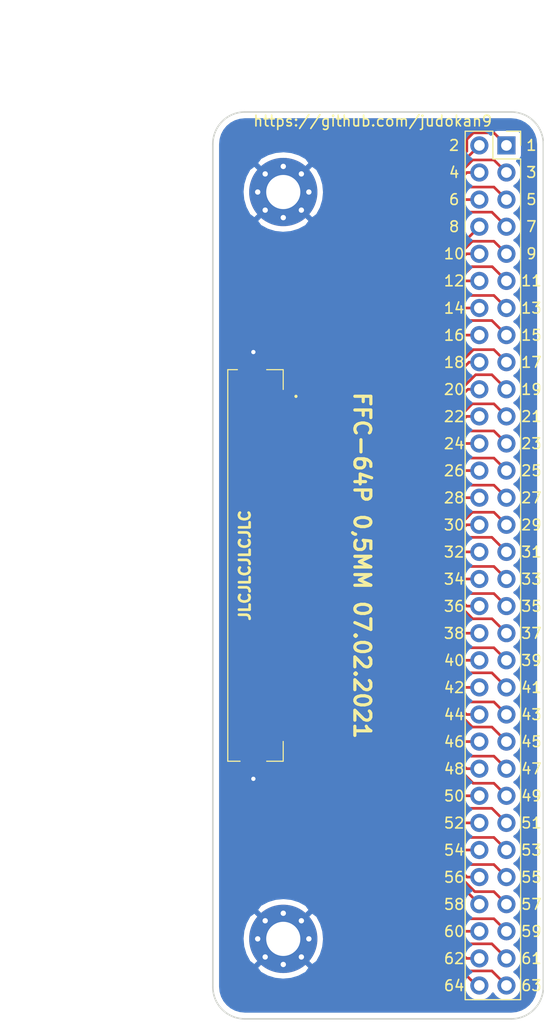
<source format=kicad_pcb>
(kicad_pcb (version 20171130) (host pcbnew "(5.1.9)-1")

  (general
    (thickness 1.6)
    (drawings 77)
    (tracks 303)
    (zones 0)
    (modules 4)
    (nets 66)
  )

  (page A4)
  (layers
    (0 F.Cu signal)
    (31 B.Cu signal)
    (32 B.Adhes user)
    (33 F.Adhes user)
    (34 B.Paste user)
    (35 F.Paste user)
    (36 B.SilkS user)
    (37 F.SilkS user)
    (38 B.Mask user)
    (39 F.Mask user)
    (40 Dwgs.User user)
    (41 Cmts.User user)
    (42 Eco1.User user)
    (43 Eco2.User user)
    (44 Edge.Cuts user)
    (45 Margin user)
    (46 B.CrtYd user)
    (47 F.CrtYd user)
    (48 B.Fab user)
    (49 F.Fab user)
  )

  (setup
    (last_trace_width 0.25)
    (trace_clearance 0.2)
    (zone_clearance 0.508)
    (zone_45_only no)
    (trace_min 0.2)
    (via_size 0.8)
    (via_drill 0.4)
    (via_min_size 0.4)
    (via_min_drill 0.3)
    (uvia_size 0.3)
    (uvia_drill 0.1)
    (uvias_allowed no)
    (uvia_min_size 0.2)
    (uvia_min_drill 0.1)
    (edge_width 0.05)
    (segment_width 0.2)
    (pcb_text_width 0.3)
    (pcb_text_size 1.5 1.5)
    (mod_edge_width 0.12)
    (mod_text_size 1 1)
    (mod_text_width 0.15)
    (pad_size 1.524 1.524)
    (pad_drill 0.762)
    (pad_to_mask_clearance 0)
    (aux_axis_origin 57 119)
    (visible_elements 7FFFFFFF)
    (pcbplotparams
      (layerselection 0x010fc_ffffffff)
      (usegerberextensions false)
      (usegerberattributes true)
      (usegerberadvancedattributes true)
      (creategerberjobfile true)
      (excludeedgelayer true)
      (linewidth 0.100000)
      (plotframeref false)
      (viasonmask false)
      (mode 1)
      (useauxorigin false)
      (hpglpennumber 1)
      (hpglpenspeed 20)
      (hpglpendiameter 15.000000)
      (psnegative false)
      (psa4output false)
      (plotreference true)
      (plotvalue true)
      (plotinvisibletext false)
      (padsonsilk false)
      (subtractmaskfromsilk false)
      (outputformat 1)
      (mirror false)
      (drillshape 0)
      (scaleselection 1)
      (outputdirectory "gerber/"))
  )

  (net 0 "")
  (net 1 "Net-(J1-Pad64)")
  (net 2 "Net-(J1-Pad63)")
  (net 3 "Net-(J1-Pad62)")
  (net 4 "Net-(J1-Pad61)")
  (net 5 "Net-(J1-Pad60)")
  (net 6 "Net-(J1-Pad59)")
  (net 7 "Net-(J1-Pad58)")
  (net 8 "Net-(J1-Pad57)")
  (net 9 "Net-(J1-Pad56)")
  (net 10 "Net-(J1-Pad55)")
  (net 11 "Net-(J1-Pad54)")
  (net 12 "Net-(J1-Pad53)")
  (net 13 "Net-(J1-Pad52)")
  (net 14 "Net-(J1-Pad51)")
  (net 15 "Net-(J1-Pad50)")
  (net 16 "Net-(J1-Pad49)")
  (net 17 "Net-(J1-Pad48)")
  (net 18 "Net-(J1-Pad47)")
  (net 19 "Net-(J1-Pad46)")
  (net 20 "Net-(J1-Pad45)")
  (net 21 "Net-(J1-Pad44)")
  (net 22 "Net-(J1-Pad43)")
  (net 23 "Net-(J1-Pad42)")
  (net 24 "Net-(J1-Pad41)")
  (net 25 "Net-(J1-Pad40)")
  (net 26 "Net-(J1-Pad39)")
  (net 27 "Net-(J1-Pad38)")
  (net 28 "Net-(J1-Pad37)")
  (net 29 "Net-(J1-Pad36)")
  (net 30 "Net-(J1-Pad35)")
  (net 31 "Net-(J1-Pad34)")
  (net 32 "Net-(J1-Pad33)")
  (net 33 "Net-(J1-Pad32)")
  (net 34 "Net-(J1-Pad31)")
  (net 35 "Net-(J1-Pad30)")
  (net 36 "Net-(J1-Pad29)")
  (net 37 "Net-(J1-Pad28)")
  (net 38 "Net-(J1-Pad27)")
  (net 39 "Net-(J1-Pad26)")
  (net 40 "Net-(J1-Pad25)")
  (net 41 "Net-(J1-Pad24)")
  (net 42 "Net-(J1-Pad23)")
  (net 43 "Net-(J1-Pad22)")
  (net 44 "Net-(J1-Pad21)")
  (net 45 "Net-(J1-Pad20)")
  (net 46 "Net-(J1-Pad19)")
  (net 47 "Net-(J1-Pad18)")
  (net 48 "Net-(J1-Pad17)")
  (net 49 "Net-(J1-Pad16)")
  (net 50 "Net-(J1-Pad15)")
  (net 51 "Net-(J1-Pad14)")
  (net 52 "Net-(J1-Pad13)")
  (net 53 "Net-(J1-Pad12)")
  (net 54 "Net-(J1-Pad11)")
  (net 55 "Net-(J1-Pad10)")
  (net 56 "Net-(J1-Pad9)")
  (net 57 "Net-(J1-Pad8)")
  (net 58 "Net-(J1-Pad7)")
  (net 59 "Net-(J1-Pad6)")
  (net 60 "Net-(J1-Pad5)")
  (net 61 "Net-(J1-Pad4)")
  (net 62 "Net-(J1-Pad3)")
  (net 63 "Net-(J1-Pad2)")
  (net 64 "Net-(J1-Pad1)")
  (net 65 GND)

  (net_class Default "Dies ist die voreingestellte Netzklasse."
    (clearance 0.2)
    (trace_width 0.25)
    (via_dia 0.8)
    (via_drill 0.4)
    (uvia_dia 0.3)
    (uvia_drill 0.1)
    (add_net GND)
    (add_net "Net-(J1-Pad1)")
    (add_net "Net-(J1-Pad10)")
    (add_net "Net-(J1-Pad11)")
    (add_net "Net-(J1-Pad12)")
    (add_net "Net-(J1-Pad13)")
    (add_net "Net-(J1-Pad14)")
    (add_net "Net-(J1-Pad15)")
    (add_net "Net-(J1-Pad16)")
    (add_net "Net-(J1-Pad17)")
    (add_net "Net-(J1-Pad18)")
    (add_net "Net-(J1-Pad19)")
    (add_net "Net-(J1-Pad2)")
    (add_net "Net-(J1-Pad20)")
    (add_net "Net-(J1-Pad21)")
    (add_net "Net-(J1-Pad22)")
    (add_net "Net-(J1-Pad23)")
    (add_net "Net-(J1-Pad24)")
    (add_net "Net-(J1-Pad25)")
    (add_net "Net-(J1-Pad26)")
    (add_net "Net-(J1-Pad27)")
    (add_net "Net-(J1-Pad28)")
    (add_net "Net-(J1-Pad29)")
    (add_net "Net-(J1-Pad3)")
    (add_net "Net-(J1-Pad30)")
    (add_net "Net-(J1-Pad31)")
    (add_net "Net-(J1-Pad32)")
    (add_net "Net-(J1-Pad33)")
    (add_net "Net-(J1-Pad34)")
    (add_net "Net-(J1-Pad35)")
    (add_net "Net-(J1-Pad36)")
    (add_net "Net-(J1-Pad37)")
    (add_net "Net-(J1-Pad38)")
    (add_net "Net-(J1-Pad39)")
    (add_net "Net-(J1-Pad4)")
    (add_net "Net-(J1-Pad40)")
    (add_net "Net-(J1-Pad41)")
    (add_net "Net-(J1-Pad42)")
    (add_net "Net-(J1-Pad43)")
    (add_net "Net-(J1-Pad44)")
    (add_net "Net-(J1-Pad45)")
    (add_net "Net-(J1-Pad46)")
    (add_net "Net-(J1-Pad47)")
    (add_net "Net-(J1-Pad48)")
    (add_net "Net-(J1-Pad49)")
    (add_net "Net-(J1-Pad5)")
    (add_net "Net-(J1-Pad50)")
    (add_net "Net-(J1-Pad51)")
    (add_net "Net-(J1-Pad52)")
    (add_net "Net-(J1-Pad53)")
    (add_net "Net-(J1-Pad54)")
    (add_net "Net-(J1-Pad55)")
    (add_net "Net-(J1-Pad56)")
    (add_net "Net-(J1-Pad57)")
    (add_net "Net-(J1-Pad58)")
    (add_net "Net-(J1-Pad59)")
    (add_net "Net-(J1-Pad6)")
    (add_net "Net-(J1-Pad60)")
    (add_net "Net-(J1-Pad61)")
    (add_net "Net-(J1-Pad62)")
    (add_net "Net-(J1-Pad63)")
    (add_net "Net-(J1-Pad64)")
    (add_net "Net-(J1-Pad7)")
    (add_net "Net-(J1-Pad8)")
    (add_net "Net-(J1-Pad9)")
  )

  (module SamacSys_Parts:5027906491 (layer F.Cu) (tedit 0) (tstamp 601F4993)
    (at 57 119 270)
    (descr 502790-6491-3)
    (tags Connector)
    (path /602C627C)
    (attr smd)
    (fp_text reference J1 (at 0 -0.625 90) (layer F.Fab)
      (effects (font (size 1.27 1.27) (thickness 0.254)))
    )
    (fp_text value 502790-6491 (at 0 -0.625 90) (layer F.SilkS) hide
      (effects (font (size 1.27 1.27) (thickness 0.254)))
    )
    (fp_text user %R (at 0 -0.625 90) (layer F.Fab)
      (effects (font (size 1.27 1.27) (thickness 0.254)))
    )
    (fp_arc (start -15.85 -3.8) (end -15.9 -3.8) (angle -180) (layer F.SilkS) (width 0.2))
    (fp_arc (start -15.85 -3.8) (end -15.8 -3.8) (angle -180) (layer F.SilkS) (width 0.2))
    (fp_arc (start -15.85 -3.8) (end -15.9 -3.8) (angle -180) (layer F.SilkS) (width 0.2))
    (fp_line (start -15.9 -3.8) (end -15.9 -3.8) (layer F.SilkS) (width 0.2))
    (fp_line (start -15.8 -3.8) (end -15.8 -3.8) (layer F.SilkS) (width 0.2))
    (fp_line (start -15.9 -3.8) (end -15.9 -3.8) (layer F.SilkS) (width 0.2))
    (fp_line (start -20.05 3.6) (end -20.05 -4.85) (layer F.CrtYd) (width 0.1))
    (fp_line (start 20.05 3.6) (end -20.05 3.6) (layer F.CrtYd) (width 0.1))
    (fp_line (start 20.05 -4.85) (end 20.05 3.6) (layer F.CrtYd) (width 0.1))
    (fp_line (start -20.05 -4.85) (end 20.05 -4.85) (layer F.CrtYd) (width 0.1))
    (fp_line (start 18.35 -2.6) (end 18.35 -2.6) (layer F.SilkS) (width 0.1))
    (fp_line (start 16.5 -2.6) (end 18.35 -2.6) (layer F.SilkS) (width 0.1))
    (fp_line (start 16.5 -2.6) (end 16.5 -2.6) (layer F.SilkS) (width 0.1))
    (fp_line (start 18.35 -2.6) (end 16.5 -2.6) (layer F.SilkS) (width 0.1))
    (fp_line (start 18.35 -2.6) (end 18.35 -1.05) (layer F.SilkS) (width 0.1))
    (fp_line (start 18.35 -2.6) (end 18.35 -2.6) (layer F.SilkS) (width 0.1))
    (fp_line (start 18.35 -1.05) (end 18.35 -2.6) (layer F.SilkS) (width 0.1))
    (fp_line (start 18.35 -1.05) (end 18.35 -1.05) (layer F.SilkS) (width 0.1))
    (fp_line (start 18.35 1.45) (end 18.35 2.6) (layer F.SilkS) (width 0.1))
    (fp_line (start 18.35 1.45) (end 18.35 1.45) (layer F.SilkS) (width 0.1))
    (fp_line (start 18.35 2.6) (end 18.35 1.45) (layer F.SilkS) (width 0.1))
    (fp_line (start 18.35 2.6) (end 18.35 2.6) (layer F.SilkS) (width 0.1))
    (fp_line (start -18.35 2.6) (end -18.35 2.6) (layer F.SilkS) (width 0.1))
    (fp_line (start 18.35 2.6) (end -18.35 2.6) (layer F.SilkS) (width 0.1))
    (fp_line (start 18.35 2.6) (end 18.35 2.6) (layer F.SilkS) (width 0.1))
    (fp_line (start -18.35 2.6) (end 18.35 2.6) (layer F.SilkS) (width 0.1))
    (fp_line (start -18.35 2.6) (end -18.35 1.7) (layer F.SilkS) (width 0.1))
    (fp_line (start -18.35 2.6) (end -18.35 2.6) (layer F.SilkS) (width 0.1))
    (fp_line (start -18.35 1.7) (end -18.35 2.6) (layer F.SilkS) (width 0.1))
    (fp_line (start -18.35 1.7) (end -18.35 1.7) (layer F.SilkS) (width 0.1))
    (fp_line (start -18.35 -1.05) (end -18.35 -2.6) (layer F.SilkS) (width 0.1))
    (fp_line (start -18.35 -1.05) (end -18.35 -1.05) (layer F.SilkS) (width 0.1))
    (fp_line (start -18.35 -2.6) (end -18.35 -1.05) (layer F.SilkS) (width 0.1))
    (fp_line (start -18.35 -2.6) (end -18.35 -2.6) (layer F.SilkS) (width 0.1))
    (fp_line (start -16.5 -2.6) (end -16.5 -2.6) (layer F.SilkS) (width 0.1))
    (fp_line (start -18.35 -2.6) (end -16.5 -2.6) (layer F.SilkS) (width 0.1))
    (fp_line (start -18.35 -2.6) (end -18.35 -2.6) (layer F.SilkS) (width 0.1))
    (fp_line (start -16.5 -2.6) (end -18.35 -2.6) (layer F.SilkS) (width 0.1))
    (fp_line (start -18.35 -2.6) (end -18.35 2.6) (layer F.Fab) (width 0.2))
    (fp_line (start 18.35 -2.6) (end -18.35 -2.6) (layer F.Fab) (width 0.2))
    (fp_line (start 18.35 2.6) (end 18.35 -2.6) (layer F.Fab) (width 0.2))
    (fp_line (start -18.35 2.6) (end 18.35 2.6) (layer F.Fab) (width 0.2))
    (pad 1 smd rect (at -15.75 -2.5 270) (size 0.3 1) (layers F.Cu F.Paste F.Mask)
      (net 64 "Net-(J1-Pad1)"))
    (pad 2 smd rect (at -15.25 -2.5 270) (size 0.3 1) (layers F.Cu F.Paste F.Mask)
      (net 63 "Net-(J1-Pad2)"))
    (pad 3 smd rect (at -14.75 -2.5 270) (size 0.3 1) (layers F.Cu F.Paste F.Mask)
      (net 62 "Net-(J1-Pad3)"))
    (pad 4 smd rect (at -14.25 -2.5 270) (size 0.3 1) (layers F.Cu F.Paste F.Mask)
      (net 61 "Net-(J1-Pad4)"))
    (pad 5 smd rect (at -13.75 -2.5 270) (size 0.3 1) (layers F.Cu F.Paste F.Mask)
      (net 60 "Net-(J1-Pad5)"))
    (pad 6 smd rect (at -13.25 -2.5 270) (size 0.3 1) (layers F.Cu F.Paste F.Mask)
      (net 59 "Net-(J1-Pad6)"))
    (pad 7 smd rect (at -12.75 -2.5 270) (size 0.3 1) (layers F.Cu F.Paste F.Mask)
      (net 58 "Net-(J1-Pad7)"))
    (pad 8 smd rect (at -12.25 -2.5 270) (size 0.3 1) (layers F.Cu F.Paste F.Mask)
      (net 57 "Net-(J1-Pad8)"))
    (pad 9 smd rect (at -11.75 -2.5 270) (size 0.3 1) (layers F.Cu F.Paste F.Mask)
      (net 56 "Net-(J1-Pad9)"))
    (pad 10 smd rect (at -11.25 -2.5 270) (size 0.3 1) (layers F.Cu F.Paste F.Mask)
      (net 55 "Net-(J1-Pad10)"))
    (pad 11 smd rect (at -10.75 -2.5 270) (size 0.3 1) (layers F.Cu F.Paste F.Mask)
      (net 54 "Net-(J1-Pad11)"))
    (pad 12 smd rect (at -10.25 -2.5 270) (size 0.3 1) (layers F.Cu F.Paste F.Mask)
      (net 53 "Net-(J1-Pad12)"))
    (pad 13 smd rect (at -9.75 -2.5 270) (size 0.3 1) (layers F.Cu F.Paste F.Mask)
      (net 52 "Net-(J1-Pad13)"))
    (pad 14 smd rect (at -9.25 -2.5 270) (size 0.3 1) (layers F.Cu F.Paste F.Mask)
      (net 51 "Net-(J1-Pad14)"))
    (pad 15 smd rect (at -8.75 -2.5 270) (size 0.3 1) (layers F.Cu F.Paste F.Mask)
      (net 50 "Net-(J1-Pad15)"))
    (pad 16 smd rect (at -8.25 -2.5 270) (size 0.3 1) (layers F.Cu F.Paste F.Mask)
      (net 49 "Net-(J1-Pad16)"))
    (pad 17 smd rect (at -7.75 -2.5 270) (size 0.3 1) (layers F.Cu F.Paste F.Mask)
      (net 48 "Net-(J1-Pad17)"))
    (pad 18 smd rect (at -7.25 -2.5 270) (size 0.3 1) (layers F.Cu F.Paste F.Mask)
      (net 47 "Net-(J1-Pad18)"))
    (pad 19 smd rect (at -6.75 -2.5 270) (size 0.3 1) (layers F.Cu F.Paste F.Mask)
      (net 46 "Net-(J1-Pad19)"))
    (pad 20 smd rect (at -6.25 -2.5 270) (size 0.3 1) (layers F.Cu F.Paste F.Mask)
      (net 45 "Net-(J1-Pad20)"))
    (pad 21 smd rect (at -5.75 -2.5 270) (size 0.3 1) (layers F.Cu F.Paste F.Mask)
      (net 44 "Net-(J1-Pad21)"))
    (pad 22 smd rect (at -5.25 -2.5 270) (size 0.3 1) (layers F.Cu F.Paste F.Mask)
      (net 43 "Net-(J1-Pad22)"))
    (pad 23 smd rect (at -4.75 -2.5 270) (size 0.3 1) (layers F.Cu F.Paste F.Mask)
      (net 42 "Net-(J1-Pad23)"))
    (pad 24 smd rect (at -4.25 -2.5 270) (size 0.3 1) (layers F.Cu F.Paste F.Mask)
      (net 41 "Net-(J1-Pad24)"))
    (pad 25 smd rect (at -3.75 -2.5 270) (size 0.3 1) (layers F.Cu F.Paste F.Mask)
      (net 40 "Net-(J1-Pad25)"))
    (pad 26 smd rect (at -3.25 -2.5 270) (size 0.3 1) (layers F.Cu F.Paste F.Mask)
      (net 39 "Net-(J1-Pad26)"))
    (pad 27 smd rect (at -2.75 -2.5 270) (size 0.3 1) (layers F.Cu F.Paste F.Mask)
      (net 38 "Net-(J1-Pad27)"))
    (pad 28 smd rect (at -2.25 -2.5 270) (size 0.3 1) (layers F.Cu F.Paste F.Mask)
      (net 37 "Net-(J1-Pad28)"))
    (pad 29 smd rect (at -1.75 -2.5 270) (size 0.3 1) (layers F.Cu F.Paste F.Mask)
      (net 36 "Net-(J1-Pad29)"))
    (pad 30 smd rect (at -1.25 -2.5 270) (size 0.3 1) (layers F.Cu F.Paste F.Mask)
      (net 35 "Net-(J1-Pad30)"))
    (pad 31 smd rect (at -0.75 -2.5 270) (size 0.3 1) (layers F.Cu F.Paste F.Mask)
      (net 34 "Net-(J1-Pad31)"))
    (pad 32 smd rect (at -0.25 -2.5 270) (size 0.3 1) (layers F.Cu F.Paste F.Mask)
      (net 33 "Net-(J1-Pad32)"))
    (pad 33 smd rect (at 0.25 -2.5 270) (size 0.3 1) (layers F.Cu F.Paste F.Mask)
      (net 32 "Net-(J1-Pad33)"))
    (pad 34 smd rect (at 0.75 -2.5 270) (size 0.3 1) (layers F.Cu F.Paste F.Mask)
      (net 31 "Net-(J1-Pad34)"))
    (pad 35 smd rect (at 1.25 -2.5 270) (size 0.3 1) (layers F.Cu F.Paste F.Mask)
      (net 30 "Net-(J1-Pad35)"))
    (pad 36 smd rect (at 1.75 -2.5 270) (size 0.3 1) (layers F.Cu F.Paste F.Mask)
      (net 29 "Net-(J1-Pad36)"))
    (pad 37 smd rect (at 2.25 -2.5 270) (size 0.3 1) (layers F.Cu F.Paste F.Mask)
      (net 28 "Net-(J1-Pad37)"))
    (pad 38 smd rect (at 2.75 -2.5 270) (size 0.3 1) (layers F.Cu F.Paste F.Mask)
      (net 27 "Net-(J1-Pad38)"))
    (pad 39 smd rect (at 3.25 -2.5 270) (size 0.3 1) (layers F.Cu F.Paste F.Mask)
      (net 26 "Net-(J1-Pad39)"))
    (pad 40 smd rect (at 3.75 -2.5 270) (size 0.3 1) (layers F.Cu F.Paste F.Mask)
      (net 25 "Net-(J1-Pad40)"))
    (pad 41 smd rect (at 4.25 -2.5 270) (size 0.3 1) (layers F.Cu F.Paste F.Mask)
      (net 24 "Net-(J1-Pad41)"))
    (pad 42 smd rect (at 4.75 -2.5 270) (size 0.3 1) (layers F.Cu F.Paste F.Mask)
      (net 23 "Net-(J1-Pad42)"))
    (pad 43 smd rect (at 5.25 -2.5 270) (size 0.3 1) (layers F.Cu F.Paste F.Mask)
      (net 22 "Net-(J1-Pad43)"))
    (pad 44 smd rect (at 5.75 -2.5 270) (size 0.3 1) (layers F.Cu F.Paste F.Mask)
      (net 21 "Net-(J1-Pad44)"))
    (pad 45 smd rect (at 6.25 -2.5 270) (size 0.3 1) (layers F.Cu F.Paste F.Mask)
      (net 20 "Net-(J1-Pad45)"))
    (pad 46 smd rect (at 6.75 -2.5 270) (size 0.3 1) (layers F.Cu F.Paste F.Mask)
      (net 19 "Net-(J1-Pad46)"))
    (pad 47 smd rect (at 7.25 -2.5 270) (size 0.3 1) (layers F.Cu F.Paste F.Mask)
      (net 18 "Net-(J1-Pad47)"))
    (pad 48 smd rect (at 7.75 -2.5 270) (size 0.3 1) (layers F.Cu F.Paste F.Mask)
      (net 17 "Net-(J1-Pad48)"))
    (pad 49 smd rect (at 8.25 -2.5 270) (size 0.3 1) (layers F.Cu F.Paste F.Mask)
      (net 16 "Net-(J1-Pad49)"))
    (pad 50 smd rect (at 8.75 -2.5 270) (size 0.3 1) (layers F.Cu F.Paste F.Mask)
      (net 15 "Net-(J1-Pad50)"))
    (pad 51 smd rect (at 9.25 -2.5 270) (size 0.3 1) (layers F.Cu F.Paste F.Mask)
      (net 14 "Net-(J1-Pad51)"))
    (pad 52 smd rect (at 9.75 -2.5 270) (size 0.3 1) (layers F.Cu F.Paste F.Mask)
      (net 13 "Net-(J1-Pad52)"))
    (pad 53 smd rect (at 10.25 -2.5 270) (size 0.3 1) (layers F.Cu F.Paste F.Mask)
      (net 12 "Net-(J1-Pad53)"))
    (pad 54 smd rect (at 10.75 -2.5 270) (size 0.3 1) (layers F.Cu F.Paste F.Mask)
      (net 11 "Net-(J1-Pad54)"))
    (pad 55 smd rect (at 11.25 -2.5 270) (size 0.3 1) (layers F.Cu F.Paste F.Mask)
      (net 10 "Net-(J1-Pad55)"))
    (pad 56 smd rect (at 11.75 -2.5 270) (size 0.3 1) (layers F.Cu F.Paste F.Mask)
      (net 9 "Net-(J1-Pad56)"))
    (pad 57 smd rect (at 12.25 -2.5 270) (size 0.3 1) (layers F.Cu F.Paste F.Mask)
      (net 8 "Net-(J1-Pad57)"))
    (pad 58 smd rect (at 12.75 -2.5 270) (size 0.3 1) (layers F.Cu F.Paste F.Mask)
      (net 7 "Net-(J1-Pad58)"))
    (pad 59 smd rect (at 13.25 -2.5 270) (size 0.3 1) (layers F.Cu F.Paste F.Mask)
      (net 6 "Net-(J1-Pad59)"))
    (pad 60 smd rect (at 13.75 -2.5 270) (size 0.3 1) (layers F.Cu F.Paste F.Mask)
      (net 5 "Net-(J1-Pad60)"))
    (pad 61 smd rect (at 14.25 -2.5 270) (size 0.3 1) (layers F.Cu F.Paste F.Mask)
      (net 4 "Net-(J1-Pad61)"))
    (pad 62 smd rect (at 14.75 -2.5 270) (size 0.3 1) (layers F.Cu F.Paste F.Mask)
      (net 3 "Net-(J1-Pad62)"))
    (pad 63 smd rect (at 15.25 -2.5 270) (size 0.3 1) (layers F.Cu F.Paste F.Mask)
      (net 2 "Net-(J1-Pad63)"))
    (pad 64 smd rect (at 15.75 -2.5 270) (size 0.3 1) (layers F.Cu F.Paste F.Mask)
      (net 1 "Net-(J1-Pad64)"))
    (pad MP1 smd rect (at 18.05 0.2) (size 1.3 2) (layers F.Cu F.Paste F.Mask)
      (net 65 GND))
    (pad MP2 smd rect (at -18.05 0.2) (size 1.3 2) (layers F.Cu F.Paste F.Mask)
      (net 65 GND))
    (model C:\Users\marek.luenenschloss\Documents\Bastelprojekte\pcb-design\library-loader\SamacSys_Parts.3dshapes\502790-6491.stp
      (at (xyz 0 0 0))
      (scale (xyz 1 1 1))
      (rotate (xyz 0 0 0))
    )
  )

  (module Connector_PinHeader_2.54mm:PinHeader_2x32_P2.54mm_Vertical (layer F.Cu) (tedit 601F456D) (tstamp 601F73A9)
    (at 72.92 79.63)
    (descr "Through hole straight pin header, 2x32, 2.54mm pitch, double rows")
    (tags "Through hole pin header THT 2x32 2.54mm double row")
    (path /602C9FD8)
    (fp_text reference J2 (at 6.35 -2.33) (layer F.Fab)
      (effects (font (size 1 1) (thickness 0.15)))
    )
    (fp_text value Conn_01x64 (at 6.35 81.07) (layer F.Fab)
      (effects (font (size 1 1) (thickness 0.15)))
    )
    (fp_line (start 7.62 -1.27) (end 3.81 -1.27) (layer F.Fab) (width 0.1))
    (fp_line (start 3.81 -1.27) (end 3.81 80.01) (layer F.Fab) (width 0.1))
    (fp_line (start 3.81 80.01) (end 8.89 80.01) (layer F.Fab) (width 0.1))
    (fp_line (start 8.89 80.01) (end 8.89 0) (layer F.Fab) (width 0.1))
    (fp_line (start 8.89 0) (end 7.62 -1.27) (layer F.Fab) (width 0.1))
    (fp_line (start 8.95 80.07) (end 3.75 80.07) (layer F.SilkS) (width 0.12))
    (fp_line (start 8.95 1.27) (end 8.95 80.07) (layer F.SilkS) (width 0.12))
    (fp_line (start 3.75 -1.33) (end 3.75 80.07) (layer F.SilkS) (width 0.12))
    (fp_line (start 8.95 1.27) (end 6.35 1.27) (layer F.SilkS) (width 0.12))
    (fp_line (start 6.35 1.27) (end 6.35 -1.33) (layer F.SilkS) (width 0.12))
    (fp_line (start 6.35 -1.33) (end 3.75 -1.33) (layer F.SilkS) (width 0.12))
    (fp_line (start 8.95 0) (end 8.95 -1.33) (layer F.SilkS) (width 0.12))
    (fp_line (start 8.95 -1.33) (end 7.62 -1.33) (layer F.SilkS) (width 0.12))
    (fp_line (start 9.42 -1.8) (end 9.42 80.55) (layer F.CrtYd) (width 0.05))
    (fp_line (start 9.42 80.55) (end 3.27 80.55) (layer F.CrtYd) (width 0.05))
    (fp_line (start 3.27 80.55) (end 3.27 -1.8) (layer F.CrtYd) (width 0.05))
    (fp_line (start 3.27 -1.8) (end 9.42 -1.8) (layer F.CrtYd) (width 0.05))
    (fp_text user %R (at 6.35 39.37 90) (layer F.Fab)
      (effects (font (size 1 1) (thickness 0.15)))
    )
    (pad 64 thru_hole oval (at 5.08 78.74) (size 1.7 1.7) (drill 1) (layers *.Cu *.Mask)
      (net 1 "Net-(J1-Pad64)"))
    (pad 63 thru_hole oval (at 7.62 78.74) (size 1.7 1.7) (drill 1) (layers *.Cu *.Mask)
      (net 2 "Net-(J1-Pad63)"))
    (pad 62 thru_hole oval (at 5.08 76.2) (size 1.7 1.7) (drill 1) (layers *.Cu *.Mask)
      (net 3 "Net-(J1-Pad62)"))
    (pad 61 thru_hole oval (at 7.62 76.2) (size 1.7 1.7) (drill 1) (layers *.Cu *.Mask)
      (net 4 "Net-(J1-Pad61)"))
    (pad 60 thru_hole oval (at 5.08 73.66) (size 1.7 1.7) (drill 1) (layers *.Cu *.Mask)
      (net 5 "Net-(J1-Pad60)"))
    (pad 59 thru_hole oval (at 7.62 73.66) (size 1.7 1.7) (drill 1) (layers *.Cu *.Mask)
      (net 6 "Net-(J1-Pad59)"))
    (pad 58 thru_hole oval (at 5.08 71.12) (size 1.7 1.7) (drill 1) (layers *.Cu *.Mask)
      (net 7 "Net-(J1-Pad58)"))
    (pad 57 thru_hole oval (at 7.62 71.12) (size 1.7 1.7) (drill 1) (layers *.Cu *.Mask)
      (net 8 "Net-(J1-Pad57)"))
    (pad 56 thru_hole oval (at 5.08 68.58) (size 1.7 1.7) (drill 1) (layers *.Cu *.Mask)
      (net 9 "Net-(J1-Pad56)"))
    (pad 55 thru_hole oval (at 7.62 68.58) (size 1.7 1.7) (drill 1) (layers *.Cu *.Mask)
      (net 10 "Net-(J1-Pad55)"))
    (pad 54 thru_hole oval (at 5.08 66.04) (size 1.7 1.7) (drill 1) (layers *.Cu *.Mask)
      (net 11 "Net-(J1-Pad54)"))
    (pad 53 thru_hole oval (at 7.62 66.04) (size 1.7 1.7) (drill 1) (layers *.Cu *.Mask)
      (net 12 "Net-(J1-Pad53)"))
    (pad 52 thru_hole oval (at 5.08 63.5) (size 1.7 1.7) (drill 1) (layers *.Cu *.Mask)
      (net 13 "Net-(J1-Pad52)"))
    (pad 51 thru_hole oval (at 7.62 63.5) (size 1.7 1.7) (drill 1) (layers *.Cu *.Mask)
      (net 14 "Net-(J1-Pad51)"))
    (pad 50 thru_hole oval (at 5.08 60.96) (size 1.7 1.7) (drill 1) (layers *.Cu *.Mask)
      (net 15 "Net-(J1-Pad50)"))
    (pad 49 thru_hole oval (at 7.62 60.96) (size 1.7 1.7) (drill 1) (layers *.Cu *.Mask)
      (net 16 "Net-(J1-Pad49)"))
    (pad 48 thru_hole oval (at 5.08 58.42) (size 1.7 1.7) (drill 1) (layers *.Cu *.Mask)
      (net 17 "Net-(J1-Pad48)"))
    (pad 47 thru_hole oval (at 7.62 58.42) (size 1.7 1.7) (drill 1) (layers *.Cu *.Mask)
      (net 18 "Net-(J1-Pad47)"))
    (pad 46 thru_hole oval (at 5.08 55.88) (size 1.7 1.7) (drill 1) (layers *.Cu *.Mask)
      (net 19 "Net-(J1-Pad46)"))
    (pad 45 thru_hole oval (at 7.62 55.88) (size 1.7 1.7) (drill 1) (layers *.Cu *.Mask)
      (net 20 "Net-(J1-Pad45)"))
    (pad 44 thru_hole oval (at 5.08 53.34) (size 1.7 1.7) (drill 1) (layers *.Cu *.Mask)
      (net 21 "Net-(J1-Pad44)"))
    (pad 43 thru_hole oval (at 7.62 53.34) (size 1.7 1.7) (drill 1) (layers *.Cu *.Mask)
      (net 22 "Net-(J1-Pad43)"))
    (pad 42 thru_hole oval (at 5.08 50.8) (size 1.7 1.7) (drill 1) (layers *.Cu *.Mask)
      (net 23 "Net-(J1-Pad42)"))
    (pad 41 thru_hole oval (at 7.62 50.8) (size 1.7 1.7) (drill 1) (layers *.Cu *.Mask)
      (net 24 "Net-(J1-Pad41)"))
    (pad 40 thru_hole oval (at 5.08 48.26) (size 1.7 1.7) (drill 1) (layers *.Cu *.Mask)
      (net 25 "Net-(J1-Pad40)"))
    (pad 39 thru_hole oval (at 7.62 48.26) (size 1.7 1.7) (drill 1) (layers *.Cu *.Mask)
      (net 26 "Net-(J1-Pad39)"))
    (pad 38 thru_hole oval (at 5.08 45.72) (size 1.7 1.7) (drill 1) (layers *.Cu *.Mask)
      (net 27 "Net-(J1-Pad38)"))
    (pad 37 thru_hole oval (at 7.62 45.72) (size 1.7 1.7) (drill 1) (layers *.Cu *.Mask)
      (net 28 "Net-(J1-Pad37)"))
    (pad 36 thru_hole oval (at 5.08 43.18) (size 1.7 1.7) (drill 1) (layers *.Cu *.Mask)
      (net 29 "Net-(J1-Pad36)"))
    (pad 35 thru_hole oval (at 7.62 43.18) (size 1.7 1.7) (drill 1) (layers *.Cu *.Mask)
      (net 30 "Net-(J1-Pad35)"))
    (pad 34 thru_hole oval (at 5.08 40.64) (size 1.7 1.7) (drill 1) (layers *.Cu *.Mask)
      (net 31 "Net-(J1-Pad34)"))
    (pad 33 thru_hole oval (at 7.62 40.64) (size 1.7 1.7) (drill 1) (layers *.Cu *.Mask)
      (net 32 "Net-(J1-Pad33)"))
    (pad 32 thru_hole oval (at 5.08 38.1) (size 1.7 1.7) (drill 1) (layers *.Cu *.Mask)
      (net 33 "Net-(J1-Pad32)"))
    (pad 31 thru_hole oval (at 7.62 38.1) (size 1.7 1.7) (drill 1) (layers *.Cu *.Mask)
      (net 34 "Net-(J1-Pad31)"))
    (pad 30 thru_hole oval (at 5.08 35.56) (size 1.7 1.7) (drill 1) (layers *.Cu *.Mask)
      (net 35 "Net-(J1-Pad30)"))
    (pad 29 thru_hole oval (at 7.62 35.56) (size 1.7 1.7) (drill 1) (layers *.Cu *.Mask)
      (net 36 "Net-(J1-Pad29)"))
    (pad 28 thru_hole oval (at 5.08 33.02) (size 1.7 1.7) (drill 1) (layers *.Cu *.Mask)
      (net 37 "Net-(J1-Pad28)"))
    (pad 27 thru_hole oval (at 7.62 33.02) (size 1.7 1.7) (drill 1) (layers *.Cu *.Mask)
      (net 38 "Net-(J1-Pad27)"))
    (pad 26 thru_hole oval (at 5.08 30.48) (size 1.7 1.7) (drill 1) (layers *.Cu *.Mask)
      (net 39 "Net-(J1-Pad26)"))
    (pad 25 thru_hole oval (at 7.62 30.48) (size 1.7 1.7) (drill 1) (layers *.Cu *.Mask)
      (net 40 "Net-(J1-Pad25)"))
    (pad 24 thru_hole oval (at 5.08 27.94) (size 1.7 1.7) (drill 1) (layers *.Cu *.Mask)
      (net 41 "Net-(J1-Pad24)"))
    (pad 23 thru_hole oval (at 7.62 27.94) (size 1.7 1.7) (drill 1) (layers *.Cu *.Mask)
      (net 42 "Net-(J1-Pad23)"))
    (pad 22 thru_hole oval (at 5.08 25.4) (size 1.7 1.7) (drill 1) (layers *.Cu *.Mask)
      (net 43 "Net-(J1-Pad22)"))
    (pad 21 thru_hole oval (at 7.62 25.4) (size 1.7 1.7) (drill 1) (layers *.Cu *.Mask)
      (net 44 "Net-(J1-Pad21)"))
    (pad 20 thru_hole oval (at 5.08 22.86) (size 1.7 1.7) (drill 1) (layers *.Cu *.Mask)
      (net 45 "Net-(J1-Pad20)"))
    (pad 19 thru_hole oval (at 7.62 22.86) (size 1.7 1.7) (drill 1) (layers *.Cu *.Mask)
      (net 46 "Net-(J1-Pad19)"))
    (pad 18 thru_hole oval (at 5.08 20.32) (size 1.7 1.7) (drill 1) (layers *.Cu *.Mask)
      (net 47 "Net-(J1-Pad18)"))
    (pad 17 thru_hole oval (at 7.62 20.32) (size 1.7 1.7) (drill 1) (layers *.Cu *.Mask)
      (net 48 "Net-(J1-Pad17)"))
    (pad 16 thru_hole oval (at 5.08 17.78) (size 1.7 1.7) (drill 1) (layers *.Cu *.Mask)
      (net 49 "Net-(J1-Pad16)"))
    (pad 15 thru_hole oval (at 7.62 17.78) (size 1.7 1.7) (drill 1) (layers *.Cu *.Mask)
      (net 50 "Net-(J1-Pad15)"))
    (pad 14 thru_hole oval (at 5.08 15.24) (size 1.7 1.7) (drill 1) (layers *.Cu *.Mask)
      (net 51 "Net-(J1-Pad14)"))
    (pad 13 thru_hole oval (at 7.62 15.24) (size 1.7 1.7) (drill 1) (layers *.Cu *.Mask)
      (net 52 "Net-(J1-Pad13)"))
    (pad 12 thru_hole oval (at 5.08 12.7) (size 1.7 1.7) (drill 1) (layers *.Cu *.Mask)
      (net 53 "Net-(J1-Pad12)"))
    (pad 11 thru_hole oval (at 7.62 12.7) (size 1.7 1.7) (drill 1) (layers *.Cu *.Mask)
      (net 54 "Net-(J1-Pad11)"))
    (pad 10 thru_hole oval (at 5.08 10.16) (size 1.7 1.7) (drill 1) (layers *.Cu *.Mask)
      (net 55 "Net-(J1-Pad10)"))
    (pad 9 thru_hole oval (at 7.62 10.16) (size 1.7 1.7) (drill 1) (layers *.Cu *.Mask)
      (net 56 "Net-(J1-Pad9)"))
    (pad 8 thru_hole oval (at 5.08 7.62) (size 1.7 1.7) (drill 1) (layers *.Cu *.Mask)
      (net 57 "Net-(J1-Pad8)"))
    (pad 7 thru_hole oval (at 7.62 7.62) (size 1.7 1.7) (drill 1) (layers *.Cu *.Mask)
      (net 58 "Net-(J1-Pad7)"))
    (pad 6 thru_hole oval (at 5.08 5.08) (size 1.7 1.7) (drill 1) (layers *.Cu *.Mask)
      (net 59 "Net-(J1-Pad6)"))
    (pad 5 thru_hole oval (at 7.62 5.08) (size 1.7 1.7) (drill 1) (layers *.Cu *.Mask)
      (net 60 "Net-(J1-Pad5)"))
    (pad 4 thru_hole oval (at 5.08 2.54) (size 1.7 1.7) (drill 1) (layers *.Cu *.Mask)
      (net 61 "Net-(J1-Pad4)"))
    (pad 3 thru_hole oval (at 7.62 2.54) (size 1.7 1.7) (drill 1) (layers *.Cu *.Mask)
      (net 62 "Net-(J1-Pad3)"))
    (pad 2 thru_hole oval (at 5.08 0) (size 1.7 1.7) (drill 1) (layers *.Cu *.Mask)
      (net 63 "Net-(J1-Pad2)"))
    (pad 1 thru_hole rect (at 7.62 0) (size 1.7 1.7) (drill 1) (layers *.Cu *.Mask)
      (net 64 "Net-(J1-Pad1)"))
  )

  (module MountingHole:MountingHole_3.2mm_M3_Pad_Via (layer F.Cu) (tedit 56DDBCCA) (tstamp 601F541C)
    (at 59.606517 154)
    (descr "Mounting Hole 3.2mm, M3")
    (tags "mounting hole 3.2mm m3")
    (path /60208849)
    (attr virtual)
    (fp_text reference H2 (at 0 -4.2) (layer F.Fab)
      (effects (font (size 1 1) (thickness 0.15)))
    )
    (fp_text value MountingHole_Pad (at 0 4.2) (layer F.Fab)
      (effects (font (size 1 1) (thickness 0.15)))
    )
    (fp_circle (center 0 0) (end 3.2 0) (layer Cmts.User) (width 0.15))
    (fp_circle (center 0 0) (end 3.45 0) (layer F.CrtYd) (width 0.05))
    (fp_text user %R (at 0.3 0) (layer F.Fab)
      (effects (font (size 1 1) (thickness 0.15)))
    )
    (pad 1 thru_hole circle (at 1.697056 -1.697056) (size 0.8 0.8) (drill 0.5) (layers *.Cu *.Mask)
      (net 65 GND))
    (pad 1 thru_hole circle (at 0 -2.4) (size 0.8 0.8) (drill 0.5) (layers *.Cu *.Mask)
      (net 65 GND))
    (pad 1 thru_hole circle (at -1.697056 -1.697056) (size 0.8 0.8) (drill 0.5) (layers *.Cu *.Mask)
      (net 65 GND))
    (pad 1 thru_hole circle (at -2.4 0) (size 0.8 0.8) (drill 0.5) (layers *.Cu *.Mask)
      (net 65 GND))
    (pad 1 thru_hole circle (at -1.697056 1.697056) (size 0.8 0.8) (drill 0.5) (layers *.Cu *.Mask)
      (net 65 GND))
    (pad 1 thru_hole circle (at 0 2.4) (size 0.8 0.8) (drill 0.5) (layers *.Cu *.Mask)
      (net 65 GND))
    (pad 1 thru_hole circle (at 1.697056 1.697056) (size 0.8 0.8) (drill 0.5) (layers *.Cu *.Mask)
      (net 65 GND))
    (pad 1 thru_hole circle (at 2.4 0) (size 0.8 0.8) (drill 0.5) (layers *.Cu *.Mask)
      (net 65 GND))
    (pad 1 thru_hole circle (at 0 0) (size 6.4 6.4) (drill 3.2) (layers *.Cu *.Mask)
      (net 65 GND))
  )

  (module MountingHole:MountingHole_3.2mm_M3_Pad_Via (layer F.Cu) (tedit 56DDBCCA) (tstamp 601F6203)
    (at 59.606517 84)
    (descr "Mounting Hole 3.2mm, M3")
    (tags "mounting hole 3.2mm m3")
    (path /601F60A4)
    (attr virtual)
    (fp_text reference H1 (at 0 -4.2) (layer F.Fab)
      (effects (font (size 1 1) (thickness 0.15)))
    )
    (fp_text value MountingHole_Pad (at 0 4.2) (layer F.Fab)
      (effects (font (size 1 1) (thickness 0.15)))
    )
    (fp_circle (center 0 0) (end 3.2 0) (layer Cmts.User) (width 0.15))
    (fp_circle (center 0 0) (end 3.45 0) (layer F.CrtYd) (width 0.05))
    (fp_text user %R (at 0.3 0) (layer F.Fab)
      (effects (font (size 1 1) (thickness 0.15)))
    )
    (pad 1 thru_hole circle (at 1.697056 -1.697056) (size 0.8 0.8) (drill 0.5) (layers *.Cu *.Mask)
      (net 65 GND))
    (pad 1 thru_hole circle (at 0 -2.4) (size 0.8 0.8) (drill 0.5) (layers *.Cu *.Mask)
      (net 65 GND))
    (pad 1 thru_hole circle (at -1.697056 -1.697056) (size 0.8 0.8) (drill 0.5) (layers *.Cu *.Mask)
      (net 65 GND))
    (pad 1 thru_hole circle (at -2.4 0) (size 0.8 0.8) (drill 0.5) (layers *.Cu *.Mask)
      (net 65 GND))
    (pad 1 thru_hole circle (at -1.697056 1.697056) (size 0.8 0.8) (drill 0.5) (layers *.Cu *.Mask)
      (net 65 GND))
    (pad 1 thru_hole circle (at 0 2.4) (size 0.8 0.8) (drill 0.5) (layers *.Cu *.Mask)
      (net 65 GND))
    (pad 1 thru_hole circle (at 1.697056 1.697056) (size 0.8 0.8) (drill 0.5) (layers *.Cu *.Mask)
      (net 65 GND))
    (pad 1 thru_hole circle (at 2.4 0) (size 0.8 0.8) (drill 0.5) (layers *.Cu *.Mask)
      (net 65 GND))
    (pad 1 thru_hole circle (at 0 0) (size 6.4 6.4) (drill 3.2) (layers *.Cu *.Mask)
      (net 65 GND))
  )

  (gr_text JLCJLCJLCJLC (at 56 119 90) (layer F.SilkS)
    (effects (font (size 1 1) (thickness 0.25)))
  )
  (gr_text https://github.com/judokan9 (at 67.994768 77.346869) (layer F.SilkS)
    (effects (font (size 1 1) (thickness 0.15)))
  )
  (gr_text "FFC-64P 0,5MM 07.02.2021" (at 67 119 -90) (layer F.SilkS)
    (effects (font (size 1.5 1.5) (thickness 0.3)))
  )
  (dimension 31 (width 0.15) (layer Dwgs.User) (tstamp 601FF386)
    (gr_text 31 (at 68.5 66.7) (layer Dwgs.User) (tstamp 601FF386)
      (effects (font (size 1 1) (thickness 0.15)))
    )
    (feature1 (pts (xy 84 80) (xy 84 67.413579)))
    (feature2 (pts (xy 53 80) (xy 53 67.413579)))
    (crossbar (pts (xy 53 68) (xy 84 68)))
    (arrow1a (pts (xy 84 68) (xy 82.873496 68.586421)))
    (arrow1b (pts (xy 84 68) (xy 82.873496 67.413579)))
    (arrow2a (pts (xy 53 68) (xy 54.126504 68.586421)))
    (arrow2b (pts (xy 53 68) (xy 54.126504 67.413579)))
  )
  (dimension 85 (width 0.15) (layer Dwgs.User)
    (gr_text 85,00mm (at 36.700001 119 -90) (layer Dwgs.User)
      (effects (font (size 1 1) (thickness 0.15)))
    )
    (feature1 (pts (xy 56 161.5) (xy 37.41358 161.5)))
    (feature2 (pts (xy 56 76.5) (xy 37.41358 76.5)))
    (crossbar (pts (xy 38.000001 76.5) (xy 38.000001 161.5)))
    (arrow1a (pts (xy 38.000001 161.5) (xy 37.41358 160.373496)))
    (arrow1b (pts (xy 38.000001 161.5) (xy 38.586422 160.373496)))
    (arrow2a (pts (xy 38.000001 76.5) (xy 37.41358 77.626504)))
    (arrow2b (pts (xy 38.000001 76.5) (xy 38.586422 77.626504)))
  )
  (gr_arc (start 81 158.5) (end 81 161.5) (angle -90) (layer Edge.Cuts) (width 0.15) (tstamp 601FF391))
  (gr_arc (start 56 158.5) (end 53 158.5) (angle -90) (layer Edge.Cuts) (width 0.15))
  (gr_arc (start 81 79.5) (end 84 79.5) (angle -90) (layer Edge.Cuts) (width 0.15) (tstamp 601FF38B))
  (gr_arc (start 56 79.5) (end 56 76.5) (angle -90) (layer Edge.Cuts) (width 0.15))
  (gr_line (start 53 158.5) (end 53 79.5) (layer Edge.Cuts) (width 0.15) (tstamp 601F36BA))
  (gr_line (start 81 161.5) (end 56 161.5) (layer Edge.Cuts) (width 0.15))
  (gr_line (start 84 79.5) (end 84 158.5) (layer Edge.Cuts) (width 0.15) (tstamp 601FF38E))
  (gr_line (start 56 76.5) (end 81 76.5) (layer Edge.Cuts) (width 0.15))
  (gr_text 1 (at 82.881092 79.623409) (layer F.SilkS) (tstamp 601FFF25)
    (effects (font (size 1 1) (thickness 0.15)))
  )
  (gr_text 3 (at 82.881092 82.163409) (layer F.SilkS) (tstamp 601FFF13)
    (effects (font (size 1 1) (thickness 0.15)))
  )
  (gr_text 9 (at 82.881092 89.783409) (layer F.SilkS) (tstamp 601FFF49)
    (effects (font (size 1 1) (thickness 0.15)))
  )
  (gr_text 7 (at 82.881092 87.243409) (layer F.SilkS) (tstamp 601FFF28)
    (effects (font (size 1 1) (thickness 0.15)))
  )
  (gr_text 11 (at 82.881092 92.323409) (layer F.SilkS) (tstamp 601FFF1C)
    (effects (font (size 1 1) (thickness 0.15)))
  )
  (gr_text 5 (at 82.881092 84.703409) (layer F.SilkS) (tstamp 601FFEF8)
    (effects (font (size 1 1) (thickness 0.15)))
  )
  (gr_text 43 (at 82.881092 132.983409) (layer F.SilkS) (tstamp 601FFF19)
    (effects (font (size 1 1) (thickness 0.15)))
  )
  (gr_text 57 (at 82.881092 150.763409) (layer F.SilkS) (tstamp 601FFF2B)
    (effects (font (size 1 1) (thickness 0.15)))
  )
  (gr_text 33 (at 82.881092 120.283409) (layer F.SilkS) (tstamp 601FFF34)
    (effects (font (size 1 1) (thickness 0.15)))
  )
  (gr_text 37 (at 82.881092 125.363409) (layer F.SilkS) (tstamp 601FFF4F)
    (effects (font (size 1 1) (thickness 0.15)))
  )
  (gr_text 13 (at 82.881092 94.883409) (layer F.SilkS) (tstamp 601FFEFB)
    (effects (font (size 1 1) (thickness 0.15)))
  )
  (gr_text 47 (at 82.881092 138.063409) (layer F.SilkS) (tstamp 601FFF3A)
    (effects (font (size 1 1) (thickness 0.15)))
  )
  (gr_text 45 (at 82.881092 135.523409) (layer F.SilkS) (tstamp 601FFF2E)
    (effects (font (size 1 1) (thickness 0.15)))
  )
  (gr_text 51 (at 82.881092 143.143409) (layer F.SilkS) (tstamp 601FFEFE)
    (effects (font (size 1 1) (thickness 0.15)))
  )
  (gr_text 31 (at 82.881092 117.743409) (layer F.SilkS) (tstamp 601FFF04)
    (effects (font (size 1 1) (thickness 0.15)))
  )
  (gr_text 63 (at 82.881092 158.383409) (layer F.SilkS) (tstamp 601FFF07)
    (effects (font (size 1 1) (thickness 0.15)))
  )
  (gr_text 61 (at 82.881092 155.843409) (layer F.SilkS) (tstamp 601FFF0D)
    (effects (font (size 1 1) (thickness 0.15)))
  )
  (gr_text 55 (at 82.881092 148.223409) (layer F.SilkS) (tstamp 601FFF01)
    (effects (font (size 1 1) (thickness 0.15)))
  )
  (gr_text 49 (at 82.881092 140.603409) (layer F.SilkS) (tstamp 601FFF3D)
    (effects (font (size 1 1) (thickness 0.15)))
  )
  (gr_text 27 (at 82.881092 112.663409) (layer F.SilkS) (tstamp 601FFF31)
    (effects (font (size 1 1) (thickness 0.15)))
  )
  (gr_text 23 (at 82.881092 107.583409) (layer F.SilkS) (tstamp 601FFF4C)
    (effects (font (size 1 1) (thickness 0.15)))
  )
  (gr_text 35 (at 82.881092 122.823409) (layer F.SilkS) (tstamp 601FFF37)
    (effects (font (size 1 1) (thickness 0.15)))
  )
  (gr_text 19 (at 82.881092 102.503409) (layer F.SilkS) (tstamp 601FFF43)
    (effects (font (size 1 1) (thickness 0.15)))
  )
  (gr_text 17 (at 82.881092 99.963409) (layer F.SilkS) (tstamp 601FFF0A)
    (effects (font (size 1 1) (thickness 0.15)))
  )
  (gr_text 39 (at 82.881092 127.903409) (layer F.SilkS) (tstamp 601FFF40)
    (effects (font (size 1 1) (thickness 0.15)))
  )
  (gr_text 29 (at 82.881092 115.203409) (layer F.SilkS) (tstamp 601FFF22)
    (effects (font (size 1 1) (thickness 0.15)))
  )
  (gr_text 25 (at 82.881092 110.123409) (layer F.SilkS) (tstamp 601FFF1F)
    (effects (font (size 1 1) (thickness 0.15)))
  )
  (gr_text 53 (at 82.881092 145.683409) (layer F.SilkS) (tstamp 601FFF46)
    (effects (font (size 1 1) (thickness 0.15)))
  )
  (gr_text 41 (at 82.881092 130.443409) (layer F.SilkS) (tstamp 601FFF16)
    (effects (font (size 1 1) (thickness 0.15)))
  )
  (gr_text 21 (at 82.881092 105.043409) (layer F.SilkS) (tstamp 601FFEF5)
    (effects (font (size 1 1) (thickness 0.15)))
  )
  (gr_text 15 (at 82.881092 97.423409) (layer F.SilkS) (tstamp 601FFF10)
    (effects (font (size 1 1) (thickness 0.15)))
  )
  (gr_text 59 (at 82.881092 153.303409) (layer F.SilkS) (tstamp 601FFF52)
    (effects (font (size 1 1) (thickness 0.15)))
  )
  (gr_text 64 (at 75.632181 158.390222) (layer F.SilkS) (tstamp 601FF352)
    (effects (font (size 1 1) (thickness 0.15)))
  )
  (gr_text 62 (at 75.632181 155.850222) (layer F.SilkS) (tstamp 601FF355)
    (effects (font (size 1 1) (thickness 0.15)))
  )
  (gr_text 60 (at 75.632181 153.310222) (layer F.SilkS) (tstamp 601FF382)
    (effects (font (size 1 1) (thickness 0.15)))
  )
  (gr_text 58 (at 75.632181 150.770222) (layer F.SilkS) (tstamp 601FF33A)
    (effects (font (size 1 1) (thickness 0.15)))
  )
  (gr_text 56 (at 75.632181 148.230222) (layer F.SilkS) (tstamp 601FF358)
    (effects (font (size 1 1) (thickness 0.15)))
  )
  (gr_text 54 (at 75.632181 145.690222) (layer F.SilkS) (tstamp 601FF376)
    (effects (font (size 1 1) (thickness 0.15)))
  )
  (gr_text 52 (at 75.632181 143.150222) (layer F.SilkS) (tstamp 601FF34C)
    (effects (font (size 1 1) (thickness 0.15)))
  )
  (gr_text 50 (at 75.632181 140.610222) (layer F.SilkS) (tstamp 601FF35B)
    (effects (font (size 1 1) (thickness 0.15)))
  )
  (gr_text 48 (at 75.632181 138.070222) (layer F.SilkS) (tstamp 601FF346)
    (effects (font (size 1 1) (thickness 0.15)))
  )
  (gr_text 46 (at 75.632181 135.530222) (layer F.SilkS) (tstamp 601FF349)
    (effects (font (size 1 1) (thickness 0.15)))
  )
  (gr_text 44 (at 75.632181 132.990222) (layer F.SilkS) (tstamp 601FF337)
    (effects (font (size 1 1) (thickness 0.15)))
  )
  (gr_text 42 (at 75.632181 130.450222) (layer F.SilkS) (tstamp 601FF379)
    (effects (font (size 1 1) (thickness 0.15)))
  )
  (gr_text 40 (at 75.632181 127.910222) (layer F.SilkS) (tstamp 601FF36D)
    (effects (font (size 1 1) (thickness 0.15)))
  )
  (gr_text 38 (at 75.632181 125.370222) (layer F.SilkS) (tstamp 601FF340)
    (effects (font (size 1 1) (thickness 0.15)))
  )
  (gr_text 36 (at 75.632181 122.830222) (layer F.SilkS) (tstamp 601FF364)
    (effects (font (size 1 1) (thickness 0.15)))
  )
  (gr_text 34 (at 75.632181 120.290222) (layer F.SilkS) (tstamp 601FF33D)
    (effects (font (size 1 1) (thickness 0.15)))
  )
  (gr_text 30 (at 75.632181 115.210222) (layer F.SilkS) (tstamp 601FF370)
    (effects (font (size 1 1) (thickness 0.15)))
  )
  (gr_text 28 (at 75.632181 112.670222) (layer F.SilkS) (tstamp 601FF35E)
    (effects (font (size 1 1) (thickness 0.15)))
  )
  (gr_text 26 (at 75.632181 110.130222) (layer F.SilkS) (tstamp 601FF373)
    (effects (font (size 1 1) (thickness 0.15)))
  )
  (gr_text 24 (at 75.632181 107.590222) (layer F.SilkS) (tstamp 601FF361)
    (effects (font (size 1 1) (thickness 0.15)))
  )
  (gr_text 22 (at 75.632181 105.050222) (layer F.SilkS) (tstamp 601FF37C)
    (effects (font (size 1 1) (thickness 0.15)))
  )
  (gr_text 20 (at 75.632181 102.510222) (layer F.SilkS) (tstamp 601FF367)
    (effects (font (size 1 1) (thickness 0.15)))
  )
  (gr_text 18 (at 75.632181 99.970222) (layer F.SilkS) (tstamp 601FF36A)
    (effects (font (size 1 1) (thickness 0.15)))
  )
  (gr_text 32 (at 75.632181 117.750222) (layer F.SilkS) (tstamp 601FF34F)
    (effects (font (size 1 1) (thickness 0.15)))
  )
  (gr_text 16 (at 75.632181 97.430222) (layer F.SilkS) (tstamp 601FF37F)
    (effects (font (size 1 1) (thickness 0.15)))
  )
  (gr_text 14 (at 75.632181 94.890222) (layer F.SilkS) (tstamp 601FF343)
    (effects (font (size 1 1) (thickness 0.15)))
  )
  (gr_text 12 (at 75.632181 92.330222) (layer F.SilkS) (tstamp 601FF331)
    (effects (font (size 1 1) (thickness 0.15)))
  )
  (gr_text 10 (at 75.632181 89.790222) (layer F.SilkS) (tstamp 601FF32B)
    (effects (font (size 1 1) (thickness 0.15)))
  )
  (gr_text 8 (at 75.632181 87.250222) (layer F.SilkS) (tstamp 601FF32E)
    (effects (font (size 1 1) (thickness 0.15)))
  )
  (gr_text 6 (at 75.632181 84.710222) (layer F.SilkS) (tstamp 601FF334)
    (effects (font (size 1 1) (thickness 0.15)))
  )
  (gr_text 4 (at 75.632181 82.170222) (layer F.SilkS) (tstamp 601FF328)
    (effects (font (size 1 1) (thickness 0.15)))
  )
  (gr_text 2 (at 75.632181 79.630222) (layer F.SilkS) (tstamp 601FF325)
    (effects (font (size 1 1) (thickness 0.15)))
  )

  (segment (start 59.5 134.75) (end 62.11359 134.75) (width 0.25) (layer F.Cu) (net 1))
  (segment (start 62.11359 134.75) (end 67.54999 140.1864) (width 0.25) (layer F.Cu) (net 1))
  (segment (start 77.73359 158.37) (end 78 158.37) (width 0.25) (layer F.Cu) (net 1))
  (segment (start 67.549991 148.186401) (end 77.73359 158.37) (width 0.25) (layer F.Cu) (net 1))
  (segment (start 67.54999 140.1864) (end 67.549991 148.186401) (width 0.25) (layer F.Cu) (net 1))
  (segment (start 68 140) (end 68 148) (width 0.25) (layer F.Cu) (net 2))
  (segment (start 79.175001 157.005001) (end 80.54 158.37) (width 0.25) (layer F.Cu) (net 2))
  (segment (start 77.005001 157.005001) (end 79.175001 157.005001) (width 0.25) (layer F.Cu) (net 2))
  (segment (start 68 148) (end 77.005001 157.005001) (width 0.25) (layer F.Cu) (net 2))
  (segment (start 62.25 134.25) (end 67.999999 139.999999) (width 0.25) (layer F.Cu) (net 2))
  (segment (start 59.5 134.25) (end 62.25 134.25) (width 0.25) (layer F.Cu) (net 2))
  (segment (start 76.797919 155.83) (end 78 155.83) (width 0.25) (layer F.Cu) (net 3))
  (segment (start 68.54999 147.582071) (end 76.797919 155.83) (width 0.25) (layer F.Cu) (net 3))
  (segment (start 68.54999 139.54999) (end 68.54999 147.582071) (width 0.25) (layer F.Cu) (net 3))
  (segment (start 62.75 133.75) (end 68.54999 139.54999) (width 0.25) (layer F.Cu) (net 3))
  (segment (start 59.5 133.75) (end 62.75 133.75) (width 0.25) (layer F.Cu) (net 3))
  (segment (start 62.927095 133.25) (end 59.5 133.25) (width 0.25) (layer F.Cu) (net 4))
  (segment (start 69 139.322905) (end 62.927095 133.25) (width 0.25) (layer F.Cu) (net 4))
  (segment (start 69 147) (end 69 139.322905) (width 0.25) (layer F.Cu) (net 4))
  (segment (start 76.465001 154.465001) (end 69 147) (width 0.25) (layer F.Cu) (net 4))
  (segment (start 79.175001 154.465001) (end 76.465001 154.465001) (width 0.25) (layer F.Cu) (net 4))
  (segment (start 80.54 155.83) (end 79.175001 154.465001) (width 0.25) (layer F.Cu) (net 4))
  (segment (start 59.5 132.75) (end 63.063505 132.75) (width 0.25) (layer F.Cu) (net 5))
  (segment (start 63.063505 132.75) (end 62.75 132.75) (width 0.25) (layer F.Cu) (net 5))
  (segment (start 76.29 153.29) (end 78 153.29) (width 0.25) (layer F.Cu) (net 5))
  (segment (start 69.499905 146.499905) (end 76.29 153.29) (width 0.25) (layer F.Cu) (net 5))
  (segment (start 69.499905 139.1864) (end 69.499905 146.499905) (width 0.25) (layer F.Cu) (net 5))
  (segment (start 63.063505 132.75) (end 69.499905 139.1864) (width 0.25) (layer F.Cu) (net 5))
  (segment (start 63.199915 132.25) (end 62.25 132.25) (width 0.25) (layer F.Cu) (net 6))
  (segment (start 69.949915 139) (end 63.199915 132.25) (width 0.25) (layer F.Cu) (net 6))
  (segment (start 69.949915 145.949915) (end 69.949915 139) (width 0.25) (layer F.Cu) (net 6))
  (segment (start 76.114999 152.114999) (end 69.949915 145.949915) (width 0.25) (layer F.Cu) (net 6))
  (segment (start 79.364999 152.114999) (end 76.114999 152.114999) (width 0.25) (layer F.Cu) (net 6))
  (segment (start 62.25 132.25) (end 59.5 132.25) (width 0.25) (layer F.Cu) (net 6))
  (segment (start 80.54 153.29) (end 79.364999 152.114999) (width 0.25) (layer F.Cu) (net 6))
  (segment (start 63.590724 131.75) (end 59.5 131.75) (width 0.25) (layer F.Cu) (net 7))
  (segment (start 70.399925 138.559201) (end 63.590724 131.75) (width 0.25) (layer F.Cu) (net 7))
  (segment (start 70.399925 143.149925) (end 70.399925 138.559201) (width 0.25) (layer F.Cu) (net 7))
  (segment (start 78 150.75) (end 70.399925 143.149925) (width 0.25) (layer F.Cu) (net 7))
  (segment (start 79.364999 149.574999) (end 80.54 150.75) (width 0.25) (layer F.Cu) (net 8))
  (segment (start 77.574999 149.574999) (end 79.364999 149.574999) (width 0.25) (layer F.Cu) (net 8))
  (segment (start 70.849935 142.849935) (end 77.574999 149.574999) (width 0.25) (layer F.Cu) (net 8))
  (segment (start 70.849935 138.372801) (end 70.849935 142.849935) (width 0.25) (layer F.Cu) (net 8))
  (segment (start 63.727134 131.25) (end 70.849935 138.372801) (width 0.25) (layer F.Cu) (net 8))
  (segment (start 59.5 131.25) (end 63.727134 131.25) (width 0.25) (layer F.Cu) (net 8))
  (segment (start 78 148.21) (end 77.57359 148.21) (width 0.25) (layer F.Cu) (net 9))
  (segment (start 76.84641 148.21) (end 78 148.21) (width 0.25) (layer F.Cu) (net 9))
  (segment (start 71.299944 142.663534) (end 76.84641 148.21) (width 0.25) (layer F.Cu) (net 9))
  (segment (start 71.299944 138.1864) (end 71.299944 142.663534) (width 0.25) (layer F.Cu) (net 9))
  (segment (start 63.863544 130.75) (end 71.299944 138.1864) (width 0.25) (layer F.Cu) (net 9))
  (segment (start 59.5 130.75) (end 63.863544 130.75) (width 0.25) (layer F.Cu) (net 9))
  (segment (start 79.364999 147.034999) (end 80.54 148.21) (width 0.25) (layer F.Cu) (net 10))
  (segment (start 77.034999 147.034999) (end 79.364999 147.034999) (width 0.25) (layer F.Cu) (net 10))
  (segment (start 71.749954 141.749954) (end 77.034999 147.034999) (width 0.25) (layer F.Cu) (net 10))
  (segment (start 63.999954 130.25) (end 71.749954 138) (width 0.25) (layer F.Cu) (net 10))
  (segment (start 71.749954 138) (end 71.749954 141.749954) (width 0.25) (layer F.Cu) (net 10))
  (segment (start 63.25 130.25) (end 59.5 130.25) (width 0.25) (layer F.Cu) (net 10))
  (segment (start 63.999954 130.25) (end 63.25 130.25) (width 0.25) (layer F.Cu) (net 10))
  (segment (start 72.199964 141.472784) (end 76.39718 145.67) (width 0.25) (layer F.Cu) (net 11))
  (segment (start 72.199964 137.745604) (end 72.199964 141.472784) (width 0.25) (layer F.Cu) (net 11))
  (segment (start 64.20436 129.75) (end 72.199964 137.745604) (width 0.25) (layer F.Cu) (net 11))
  (segment (start 76.39718 145.67) (end 78 145.67) (width 0.25) (layer F.Cu) (net 11))
  (segment (start 59.5 129.75) (end 64.20436 129.75) (width 0.25) (layer F.Cu) (net 11))
  (segment (start 79.364999 144.494999) (end 80.54 145.67) (width 0.25) (layer F.Cu) (net 12))
  (segment (start 75.858589 144.494999) (end 79.364999 144.494999) (width 0.25) (layer F.Cu) (net 12))
  (segment (start 72.649973 141.286383) (end 75.858589 144.494999) (width 0.25) (layer F.Cu) (net 12))
  (segment (start 72.649972 137.559202) (end 72.649973 141.286383) (width 0.25) (layer F.Cu) (net 12))
  (segment (start 64.34077 129.25) (end 72.649972 137.559202) (width 0.25) (layer F.Cu) (net 12))
  (segment (start 59.5 129.25) (end 64.34077 129.25) (width 0.25) (layer F.Cu) (net 12))
  (segment (start 75.13 143.13) (end 78 143.13) (width 0.25) (layer F.Cu) (net 13))
  (segment (start 73.099982 141.099982) (end 75.13 143.13) (width 0.25) (layer F.Cu) (net 13))
  (segment (start 73.099982 137.372802) (end 73.099982 141.099982) (width 0.25) (layer F.Cu) (net 13))
  (segment (start 64.47718 128.75) (end 73.099982 137.372802) (width 0.25) (layer F.Cu) (net 13))
  (segment (start 59.5 128.75) (end 64.47718 128.75) (width 0.25) (layer F.Cu) (net 13))
  (segment (start 64.25 128.25) (end 59.5 128.25) (width 0.25) (layer F.Cu) (net 14))
  (segment (start 64.61359 128.25) (end 64.25 128.25) (width 0.25) (layer F.Cu) (net 14))
  (segment (start 73.54999 137.1864) (end 64.61359 128.25) (width 0.25) (layer F.Cu) (net 14))
  (segment (start 73.549991 139.549991) (end 73.54999 137.1864) (width 0.25) (layer F.Cu) (net 14))
  (segment (start 75.765001 141.765001) (end 73.549991 139.549991) (width 0.25) (layer F.Cu) (net 14))
  (segment (start 79.175001 141.765001) (end 75.765001 141.765001) (width 0.25) (layer F.Cu) (net 14))
  (segment (start 80.54 143.13) (end 79.175001 141.765001) (width 0.25) (layer F.Cu) (net 14))
  (segment (start 75.59 140.59) (end 78 140.59) (width 0.25) (layer F.Cu) (net 15))
  (segment (start 74 139) (end 75.59 140.59) (width 0.25) (layer F.Cu) (net 15))
  (segment (start 74 137) (end 74 139) (width 0.25) (layer F.Cu) (net 15))
  (segment (start 64.75 127.75) (end 74 137) (width 0.25) (layer F.Cu) (net 15))
  (segment (start 59.5 127.75) (end 64.75 127.75) (width 0.25) (layer F.Cu) (net 15))
  (segment (start 65.25 127.25) (end 59.5 127.25) (width 0.25) (layer F.Cu) (net 16))
  (segment (start 77.414999 139.414999) (end 65.25 127.25) (width 0.25) (layer F.Cu) (net 16))
  (segment (start 79.364999 139.414999) (end 77.414999 139.414999) (width 0.25) (layer F.Cu) (net 16))
  (segment (start 80.54 140.59) (end 79.364999 139.414999) (width 0.25) (layer F.Cu) (net 16))
  (segment (start 76.797919 138.05) (end 78 138.05) (width 0.25) (layer F.Cu) (net 17))
  (segment (start 65.497919 126.75) (end 76.797919 138.05) (width 0.25) (layer F.Cu) (net 17))
  (segment (start 59.5 126.75) (end 65.497919 126.75) (width 0.25) (layer F.Cu) (net 17))
  (segment (start 79.364999 136.874999) (end 77.238589 136.874999) (width 0.25) (layer F.Cu) (net 18))
  (segment (start 80.54 138.05) (end 79.364999 136.874999) (width 0.25) (layer F.Cu) (net 18))
  (segment (start 66.61359 126.25) (end 59.5 126.25) (width 0.25) (layer F.Cu) (net 18))
  (segment (start 77.238589 136.874999) (end 66.61359 126.25) (width 0.25) (layer F.Cu) (net 18))
  (segment (start 78 135.51) (end 76.51 135.51) (width 0.25) (layer F.Cu) (net 19))
  (segment (start 66.75 125.75) (end 59.5 125.75) (width 0.25) (layer F.Cu) (net 19))
  (segment (start 76.51 135.51) (end 66.75 125.75) (width 0.25) (layer F.Cu) (net 19))
  (segment (start 77.33651 134.145001) (end 79.175001 134.145001) (width 0.25) (layer F.Cu) (net 20))
  (segment (start 79.175001 134.145001) (end 80.54 135.51) (width 0.25) (layer F.Cu) (net 20))
  (segment (start 68.441509 125.25) (end 77.33651 134.145001) (width 0.25) (layer F.Cu) (net 20))
  (segment (start 59.5 125.25) (end 68.441509 125.25) (width 0.25) (layer F.Cu) (net 20))
  (segment (start 76.797919 132.97) (end 78 132.97) (width 0.25) (layer F.Cu) (net 21))
  (segment (start 68.577919 124.75) (end 76.797919 132.97) (width 0.25) (layer F.Cu) (net 21))
  (segment (start 59.5 124.75) (end 68.577919 124.75) (width 0.25) (layer F.Cu) (net 21))
  (segment (start 69.588591 124.225001) (end 59.524999 124.225001) (width 0.25) (layer F.Cu) (net 22))
  (segment (start 77.158589 131.794999) (end 69.588591 124.225001) (width 0.25) (layer F.Cu) (net 22))
  (segment (start 79.364999 131.794999) (end 77.158589 131.794999) (width 0.25) (layer F.Cu) (net 22))
  (segment (start 80.54 132.97) (end 79.364999 131.794999) (width 0.25) (layer F.Cu) (net 22))
  (segment (start 78 130.43) (end 76.43 130.43) (width 0.25) (layer F.Cu) (net 23))
  (segment (start 69.75 123.75) (end 59.5 123.75) (width 0.25) (layer F.Cu) (net 23))
  (segment (start 76.43 130.43) (end 69.75 123.75) (width 0.25) (layer F.Cu) (net 23))
  (segment (start 79.175001 129.065001) (end 80.54 130.43) (width 0.25) (layer F.Cu) (net 24))
  (segment (start 76.648591 129.065001) (end 79.175001 129.065001) (width 0.25) (layer F.Cu) (net 24))
  (segment (start 70.83359 123.25) (end 76.648591 129.065001) (width 0.25) (layer F.Cu) (net 24))
  (segment (start 59.5 123.25) (end 70.83359 123.25) (width 0.25) (layer F.Cu) (net 24))
  (segment (start 78 127.89) (end 76.11 127.89) (width 0.25) (layer F.Cu) (net 25))
  (segment (start 70.97 122.75) (end 59.5 122.75) (width 0.25) (layer F.Cu) (net 25))
  (segment (start 76.11 127.89) (end 70.97 122.75) (width 0.25) (layer F.Cu) (net 25))
  (segment (start 79.364999 126.714999) (end 80.54 127.89) (width 0.25) (layer F.Cu) (net 26))
  (segment (start 77.078589 126.714999) (end 79.364999 126.714999) (width 0.25) (layer F.Cu) (net 26))
  (segment (start 72.61359 122.25) (end 77.078589 126.714999) (width 0.25) (layer F.Cu) (net 26))
  (segment (start 59.5 122.25) (end 72.61359 122.25) (width 0.25) (layer F.Cu) (net 26))
  (segment (start 76.35 125.35) (end 78 125.35) (width 0.25) (layer F.Cu) (net 27))
  (segment (start 72.75 121.75) (end 76.35 125.35) (width 0.25) (layer F.Cu) (net 27))
  (segment (start 59.5 121.75) (end 72.75 121.75) (width 0.25) (layer F.Cu) (net 27))
  (segment (start 74.51361 121.25) (end 59.5 121.25) (width 0.25) (layer F.Cu) (net 28))
  (segment (start 74.5636 121.20001) (end 74.51361 121.25) (width 0.25) (layer F.Cu) (net 28))
  (segment (start 77.36359 124) (end 74.5636 121.20001) (width 0.25) (layer F.Cu) (net 28))
  (segment (start 79.19 124) (end 77.36359 124) (width 0.25) (layer F.Cu) (net 28))
  (segment (start 80.54 125.35) (end 79.19 124) (width 0.25) (layer F.Cu) (net 28))
  (segment (start 59.5 120.75) (end 74.75 120.75) (width 0.25) (layer F.Cu) (net 29))
  (segment (start 76.81 122.81) (end 78 122.81) (width 0.25) (layer F.Cu) (net 29))
  (segment (start 74.75 120.75) (end 76.81 122.81) (width 0.25) (layer F.Cu) (net 29))
  (segment (start 59.5 120.25) (end 74.88641 120.25) (width 0.25) (layer F.Cu) (net 30))
  (segment (start 76.271409 121.634999) (end 79.364999 121.634999) (width 0.25) (layer F.Cu) (net 30))
  (segment (start 79.364999 121.634999) (end 80.54 122.81) (width 0.25) (layer F.Cu) (net 30))
  (segment (start 74.88641 120.25) (end 76.271409 121.634999) (width 0.25) (layer F.Cu) (net 30))
  (segment (start 59.5 119.75) (end 75.75 119.75) (width 0.25) (layer F.Cu) (net 31))
  (segment (start 76.27 120.27) (end 78 120.27) (width 0.25) (layer F.Cu) (net 31))
  (segment (start 75.75 119.75) (end 76.27 120.27) (width 0.25) (layer F.Cu) (net 31))
  (segment (start 59.5 119.25) (end 75.75 119.25) (width 0.25) (layer F.Cu) (net 32))
  (segment (start 79.364999 119.094999) (end 80.54 120.27) (width 0.25) (layer F.Cu) (net 32))
  (segment (start 75.905001 119.094999) (end 79.364999 119.094999) (width 0.25) (layer F.Cu) (net 32))
  (segment (start 75.75 119.25) (end 75.905001 119.094999) (width 0.25) (layer F.Cu) (net 32))
  (segment (start 59.5 118.75) (end 74.95001 118.75) (width 0.25) (layer F.Cu) (net 33))
  (segment (start 75.97001 117.73) (end 78 117.73) (width 0.25) (layer F.Cu) (net 33))
  (segment (start 74.95001 118.75) (end 75.97001 117.73) (width 0.25) (layer F.Cu) (net 33))
  (segment (start 79.175001 116.365001) (end 80.54 117.73) (width 0.25) (layer F.Cu) (net 34))
  (segment (start 76.698599 116.365001) (end 79.175001 116.365001) (width 0.25) (layer F.Cu) (net 34))
  (segment (start 74.8136 118.25) (end 76.698599 116.365001) (width 0.25) (layer F.Cu) (net 34))
  (segment (start 59.5 118.25) (end 74.8136 118.25) (width 0.25) (layer F.Cu) (net 34))
  (segment (start 74.237919 117.75) (end 76.797919 115.19) (width 0.25) (layer F.Cu) (net 35))
  (segment (start 76.797919 115.19) (end 78 115.19) (width 0.25) (layer F.Cu) (net 35))
  (segment (start 59.5 117.75) (end 74.237919 117.75) (width 0.25) (layer F.Cu) (net 35))
  (segment (start 79.364999 114.014999) (end 80.54 115.19) (width 0.25) (layer F.Cu) (net 36))
  (segment (start 77.33651 114.014999) (end 79.364999 114.014999) (width 0.25) (layer F.Cu) (net 36))
  (segment (start 74.101509 117.25) (end 77.33651 114.014999) (width 0.25) (layer F.Cu) (net 36))
  (segment (start 59.5 117.25) (end 74.101509 117.25) (width 0.25) (layer F.Cu) (net 36))
  (segment (start 78 112.65) (end 76.137408 112.65) (width 0.25) (layer F.Cu) (net 37))
  (segment (start 72.037408 116.75) (end 59.5 116.75) (width 0.25) (layer F.Cu) (net 37))
  (segment (start 76.137408 112.65) (end 72.037408 116.75) (width 0.25) (layer F.Cu) (net 37))
  (segment (start 79.364999 111.474999) (end 80.54 112.65) (width 0.25) (layer F.Cu) (net 38))
  (segment (start 76.675999 111.474999) (end 79.364999 111.474999) (width 0.25) (layer F.Cu) (net 38))
  (segment (start 71.900998 116.25) (end 76.675999 111.474999) (width 0.25) (layer F.Cu) (net 38))
  (segment (start 59.5 116.25) (end 71.900998 116.25) (width 0.25) (layer F.Cu) (net 38))
  (segment (start 59.5 115.75) (end 70.25 115.75) (width 0.25) (layer F.Cu) (net 39))
  (segment (start 75.89 110.11) (end 78 110.11) (width 0.25) (layer F.Cu) (net 39))
  (segment (start 70.25 115.75) (end 75.89 110.11) (width 0.25) (layer F.Cu) (net 39))
  (segment (start 79.364999 108.934999) (end 80.54 110.11) (width 0.25) (layer F.Cu) (net 40))
  (segment (start 76.428591 108.934999) (end 79.364999 108.934999) (width 0.25) (layer F.Cu) (net 40))
  (segment (start 70.11359 115.25) (end 76.428591 108.934999) (width 0.25) (layer F.Cu) (net 40))
  (segment (start 59.5 115.25) (end 70.11359 115.25) (width 0.25) (layer F.Cu) (net 40))
  (segment (start 59.5 114.75) (end 69.25 114.75) (width 0.25) (layer F.Cu) (net 41))
  (segment (start 76.43 107.57) (end 78 107.57) (width 0.25) (layer F.Cu) (net 41))
  (segment (start 69.25 114.75) (end 76.43 107.57) (width 0.25) (layer F.Cu) (net 41))
  (segment (start 79.364999 106.394999) (end 80.54 107.57) (width 0.25) (layer F.Cu) (net 42))
  (segment (start 76.968591 106.394999) (end 79.364999 106.394999) (width 0.25) (layer F.Cu) (net 42))
  (segment (start 69.11359 114.25) (end 76.968591 106.394999) (width 0.25) (layer F.Cu) (net 42))
  (segment (start 59.5 114.25) (end 69.11359 114.25) (width 0.25) (layer F.Cu) (net 42))
  (segment (start 76.797919 105.03) (end 78 105.03) (width 0.25) (layer F.Cu) (net 43))
  (segment (start 68.077919 113.75) (end 76.797919 105.03) (width 0.25) (layer F.Cu) (net 43))
  (segment (start 59.5 113.75) (end 68.077919 113.75) (width 0.25) (layer F.Cu) (net 43))
  (segment (start 79.364999 103.854999) (end 80.54 105.03) (width 0.25) (layer F.Cu) (net 44))
  (segment (start 77.33651 103.854999) (end 79.364999 103.854999) (width 0.25) (layer F.Cu) (net 44))
  (segment (start 67.941509 113.25) (end 77.33651 103.854999) (width 0.25) (layer F.Cu) (net 44))
  (segment (start 59.5 113.25) (end 67.941509 113.25) (width 0.25) (layer F.Cu) (net 44))
  (segment (start 66.665458 112.75) (end 59.5 112.75) (width 0.25) (layer F.Cu) (net 45))
  (segment (start 76.925458 102.49) (end 66.665458 112.75) (width 0.25) (layer F.Cu) (net 45))
  (segment (start 78 102.49) (end 76.925458 102.49) (width 0.25) (layer F.Cu) (net 45))
  (segment (start 79.175001 101.125001) (end 80.54 102.49) (width 0.25) (layer F.Cu) (net 46))
  (segment (start 77.654047 101.125001) (end 79.175001 101.125001) (width 0.25) (layer F.Cu) (net 46))
  (segment (start 66.529048 112.25) (end 77.654047 101.125001) (width 0.25) (layer F.Cu) (net 46))
  (segment (start 59.5 112.25) (end 66.529048 112.25) (width 0.25) (layer F.Cu) (net 46))
  (segment (start 77.032116 99.95) (end 78 99.95) (width 0.25) (layer F.Cu) (net 47))
  (segment (start 65.232116 111.75) (end 77.032116 99.95) (width 0.25) (layer F.Cu) (net 47))
  (segment (start 59.5 111.75) (end 65.232116 111.75) (width 0.25) (layer F.Cu) (net 47))
  (segment (start 79.364999 98.774999) (end 80.54 99.95) (width 0.25) (layer F.Cu) (net 48))
  (segment (start 77.435999 98.774999) (end 79.364999 98.774999) (width 0.25) (layer F.Cu) (net 48))
  (segment (start 64.960998 111.25) (end 77.435999 98.774999) (width 0.25) (layer F.Cu) (net 48))
  (segment (start 59.5 111.25) (end 64.960998 111.25) (width 0.25) (layer F.Cu) (net 48))
  (segment (start 75.59 97.41) (end 78 97.41) (width 0.25) (layer F.Cu) (net 49))
  (segment (start 74 99) (end 75.59 97.41) (width 0.25) (layer F.Cu) (net 49))
  (segment (start 64.824588 110.75) (end 74 101.574588) (width 0.25) (layer F.Cu) (net 49))
  (segment (start 74 101.574588) (end 74 99) (width 0.25) (layer F.Cu) (net 49))
  (segment (start 59.5 110.75) (end 64.824588 110.75) (width 0.25) (layer F.Cu) (net 49))
  (segment (start 79.175001 96.045001) (end 80.54 97.41) (width 0.25) (layer F.Cu) (net 50))
  (segment (start 76.318589 96.045001) (end 79.175001 96.045001) (width 0.25) (layer F.Cu) (net 50))
  (segment (start 73.54999 98.8136) (end 76.318589 96.045001) (width 0.25) (layer F.Cu) (net 50))
  (segment (start 73.54999 101.388188) (end 73.54999 98.8136) (width 0.25) (layer F.Cu) (net 50))
  (segment (start 64.688178 110.25) (end 73.54999 101.388188) (width 0.25) (layer F.Cu) (net 50))
  (segment (start 59.5 110.25) (end 64.688178 110.25) (width 0.25) (layer F.Cu) (net 50))
  (segment (start 75.32996 94.87) (end 78 94.87) (width 0.25) (layer F.Cu) (net 51))
  (segment (start 73.09998 97.09998) (end 75.32996 94.87) (width 0.25) (layer F.Cu) (net 51))
  (segment (start 73.09998 101.201788) (end 73.09998 97.09998) (width 0.25) (layer F.Cu) (net 51))
  (segment (start 64.551768 109.75) (end 73.09998 101.201788) (width 0.25) (layer F.Cu) (net 51))
  (segment (start 59.5 109.75) (end 64.551768 109.75) (width 0.25) (layer F.Cu) (net 51))
  (segment (start 79.364999 93.694999) (end 80.54 94.87) (width 0.25) (layer F.Cu) (net 52))
  (segment (start 75.868551 93.694999) (end 79.364999 93.694999) (width 0.25) (layer F.Cu) (net 52))
  (segment (start 72.649971 96.913579) (end 75.868551 93.694999) (width 0.25) (layer F.Cu) (net 52))
  (segment (start 72.64997 101) (end 72.649971 96.913579) (width 0.25) (layer F.Cu) (net 52))
  (segment (start 64.39997 109.25) (end 72.64997 101) (width 0.25) (layer F.Cu) (net 52))
  (segment (start 59.5 109.25) (end 64.39997 109.25) (width 0.25) (layer F.Cu) (net 52))
  (segment (start 76.59714 92.33) (end 78 92.33) (width 0.25) (layer F.Cu) (net 53))
  (segment (start 72.199962 96.727178) (end 76.59714 92.33) (width 0.25) (layer F.Cu) (net 53))
  (segment (start 72.199961 100.800039) (end 72.199962 96.727178) (width 0.25) (layer F.Cu) (net 53))
  (segment (start 64.25 108.75) (end 72.199961 100.800039) (width 0.25) (layer F.Cu) (net 53))
  (segment (start 59.5 108.75) (end 64.25 108.75) (width 0.25) (layer F.Cu) (net 53))
  (segment (start 71.749952 100.613638) (end 64.11359 108.25) (width 0.25) (layer F.Cu) (net 54))
  (segment (start 71.749952 96.540778) (end 71.749952 100.613638) (width 0.25) (layer F.Cu) (net 54))
  (segment (start 77.29073 91) (end 71.749952 96.540778) (width 0.25) (layer F.Cu) (net 54))
  (segment (start 79.21 91) (end 77.29073 91) (width 0.25) (layer F.Cu) (net 54))
  (segment (start 80.54 92.33) (end 79.21 91) (width 0.25) (layer F.Cu) (net 54))
  (segment (start 64.11359 108.25) (end 59.5 108.25) (width 0.25) (layer F.Cu) (net 54))
  (segment (start 78 89.79) (end 77.86432 89.79) (width 0.25) (layer F.Cu) (net 55))
  (segment (start 77.21 89.79) (end 78 89.79) (width 0.25) (layer F.Cu) (net 55))
  (segment (start 63.88641 107.75) (end 71.24043 100.39598) (width 0.25) (layer F.Cu) (net 55))
  (segment (start 76.797919 89.79) (end 77.21 89.79) (width 0.25) (layer F.Cu) (net 55))
  (segment (start 71.24043 95.347489) (end 76.797919 89.79) (width 0.25) (layer F.Cu) (net 55))
  (segment (start 71.24043 100.39598) (end 71.24043 95.347489) (width 0.25) (layer F.Cu) (net 55))
  (segment (start 59.5 107.75) (end 63.88641 107.75) (width 0.25) (layer F.Cu) (net 55))
  (segment (start 79.364999 88.614999) (end 80.54 89.79) (width 0.25) (layer F.Cu) (net 56))
  (segment (start 77.33651 88.614999) (end 79.364999 88.614999) (width 0.25) (layer F.Cu) (net 56))
  (segment (start 70.79042 95.161089) (end 77.33651 88.614999) (width 0.25) (layer F.Cu) (net 56))
  (segment (start 63.672938 107.25) (end 70.79042 100.132518) (width 0.25) (layer F.Cu) (net 56))
  (segment (start 70.79042 100.132518) (end 70.79042 95.161089) (width 0.25) (layer F.Cu) (net 56))
  (segment (start 59.5 107.25) (end 63.672938 107.25) (width 0.25) (layer F.Cu) (net 56))
  (segment (start 78 87.25) (end 77.75 87.25) (width 0.25) (layer F.Cu) (net 57))
  (segment (start 78 87.25) (end 77.260513 87.25) (width 0.25) (layer F.Cu) (net 57))
  (segment (start 70.34041 99.946118) (end 63.536528 106.75) (width 0.25) (layer F.Cu) (net 57))
  (segment (start 70.340411 94.909589) (end 70.34041 99.946118) (width 0.25) (layer F.Cu) (net 57))
  (segment (start 78 87.25) (end 70.340411 94.909589) (width 0.25) (layer F.Cu) (net 57))
  (segment (start 63.536528 106.75) (end 59.5 106.75) (width 0.25) (layer F.Cu) (net 57))
  (segment (start 63.400118 106.25) (end 59.5 106.25) (width 0.25) (layer F.Cu) (net 58))
  (segment (start 69.890401 99.759717) (end 63.400118 106.25) (width 0.25) (layer F.Cu) (net 58))
  (segment (start 69.890401 91.109599) (end 69.890401 99.759717) (width 0.25) (layer F.Cu) (net 58))
  (segment (start 75.114999 85.885001) (end 69.890401 91.109599) (width 0.25) (layer F.Cu) (net 58))
  (segment (start 79.175001 85.885001) (end 75.114999 85.885001) (width 0.25) (layer F.Cu) (net 58))
  (segment (start 80.54 87.25) (end 79.175001 85.885001) (width 0.25) (layer F.Cu) (net 58))
  (segment (start 75.65359 84.71) (end 78 84.71) (width 0.25) (layer F.Cu) (net 59))
  (segment (start 69.440392 90.923198) (end 75.65359 84.71) (width 0.25) (layer F.Cu) (net 59))
  (segment (start 69.440391 99.573317) (end 69.440392 90.923198) (width 0.25) (layer F.Cu) (net 59))
  (segment (start 63.263708 105.75) (end 69.440391 99.573317) (width 0.25) (layer F.Cu) (net 59))
  (segment (start 59.5 105.75) (end 63.263708 105.75) (width 0.25) (layer F.Cu) (net 59))
  (segment (start 79.364999 83.534999) (end 80.54 84.71) (width 0.25) (layer F.Cu) (net 60))
  (segment (start 68.990383 90.736797) (end 76.192181 83.534999) (width 0.25) (layer F.Cu) (net 60))
  (segment (start 68.990382 99.386916) (end 68.990383 90.736797) (width 0.25) (layer F.Cu) (net 60))
  (segment (start 63.127298 105.25) (end 68.990382 99.386916) (width 0.25) (layer F.Cu) (net 60))
  (segment (start 76.192181 83.534999) (end 79.364999 83.534999) (width 0.25) (layer F.Cu) (net 60))
  (segment (start 59.5 105.25) (end 63.127298 105.25) (width 0.25) (layer F.Cu) (net 60))
  (segment (start 76.83 82.17) (end 78 82.17) (width 0.25) (layer F.Cu) (net 61))
  (segment (start 68.540373 90.459627) (end 76.83 82.17) (width 0.25) (layer F.Cu) (net 61))
  (segment (start 68.540373 99.200515) (end 68.540373 90.459627) (width 0.25) (layer F.Cu) (net 61))
  (segment (start 62.990888 104.75) (end 68.540373 99.200515) (width 0.25) (layer F.Cu) (net 61))
  (segment (start 59.5 104.75) (end 62.990888 104.75) (width 0.25) (layer F.Cu) (net 61))
  (segment (start 59.5 104.25) (end 62.75 104.25) (width 0.25) (layer F.Cu) (net 62))
  (segment (start 68.090364 90.273226) (end 77.368591 80.994999) (width 0.25) (layer F.Cu) (net 62))
  (segment (start 79.364999 80.994999) (end 80.54 82.17) (width 0.25) (layer F.Cu) (net 62))
  (segment (start 68.090363 98.909637) (end 68.090364 90.273226) (width 0.25) (layer F.Cu) (net 62))
  (segment (start 77.368591 80.994999) (end 79.364999 80.994999) (width 0.25) (layer F.Cu) (net 62))
  (segment (start 62.75 104.25) (end 68.090363 98.909637) (width 0.25) (layer F.Cu) (net 62))
  (segment (start 67.640354 98.723236) (end 67.640355 89.989645) (width 0.25) (layer F.Cu) (net 63))
  (segment (start 62.588591 103.774999) (end 67.640354 98.723236) (width 0.25) (layer F.Cu) (net 63))
  (segment (start 59.774999 103.774999) (end 62.588591 103.774999) (width 0.25) (layer F.Cu) (net 63))
  (segment (start 59.75 103.75) (end 59.774999 103.774999) (width 0.25) (layer F.Cu) (net 63))
  (segment (start 67.640355 89.989645) (end 78 79.63) (width 0.25) (layer F.Cu) (net 63))
  (segment (start 59.5 103.75) (end 59.75 103.75) (width 0.25) (layer F.Cu) (net 63))
  (segment (start 59.5 103.25) (end 62.47718 103.25) (width 0.25) (layer F.Cu) (net 64))
  (segment (start 67.190345 98.536835) (end 67.190346 89.803244) (width 0.25) (layer F.Cu) (net 64))
  (segment (start 62.47718 103.25) (end 67.190345 98.536835) (width 0.25) (layer F.Cu) (net 64))
  (segment (start 79.364999 78.454999) (end 80.54 79.63) (width 0.25) (layer F.Cu) (net 64))
  (segment (start 77.435999 78.454999) (end 79.364999 78.454999) (width 0.25) (layer F.Cu) (net 64))
  (segment (start 76.824999 79.065999) (end 77.435999 78.454999) (width 0.25) (layer F.Cu) (net 64))
  (segment (start 76.824999 80.168591) (end 76.824999 79.065999) (width 0.25) (layer F.Cu) (net 64))
  (segment (start 67.190346 89.803244) (end 76.824999 80.168591) (width 0.25) (layer F.Cu) (net 64))
  (via (at 56.801376 99) (size 0.8) (drill 0.4) (layers F.Cu B.Cu) (net 65))
  (via (at 56.801458 139) (size 0.8) (drill 0.4) (layers F.Cu B.Cu) (net 65))
  (segment (start 56.801458 137.051458) (end 56.8 137.05) (width 0.25) (layer F.Cu) (net 65))
  (segment (start 56.801458 139) (end 56.801458 137.051458) (width 0.25) (layer F.Cu) (net 65))
  (segment (start 56.801376 100.948624) (end 56.8 100.95) (width 0.25) (layer F.Cu) (net 65))
  (segment (start 56.801376 99) (end 56.801376 100.948624) (width 0.25) (layer F.Cu) (net 65))

  (zone (net 65) (net_name GND) (layer B.Cu) (tstamp 6022E1B5) (hatch edge 0.508)
    (connect_pads (clearance 0.508))
    (min_thickness 0.254)
    (fill yes (arc_segments 32) (thermal_gap 0.508) (thermal_bridge_width 0.508))
    (polygon
      (pts
        (xy 84 162) (xy 53 162) (xy 53 76) (xy 84 76)
      )
    )
    (filled_polygon
      (pts
        (xy 81.444134 77.256953) (xy 81.871355 77.385938) (xy 82.265384 77.595446) (xy 82.611214 77.877499) (xy 82.895673 78.221351)
        (xy 83.107929 78.61391) (xy 83.239892 79.040213) (xy 83.29 79.516964) (xy 83.290001 158.465269) (xy 83.243048 158.944133)
        (xy 83.114063 159.371353) (xy 82.904554 159.765384) (xy 82.622501 160.111214) (xy 82.278651 160.395672) (xy 81.886093 160.607927)
        (xy 81.459788 160.739891) (xy 80.983036 160.79) (xy 56.034721 160.79) (xy 55.555867 160.743048) (xy 55.128647 160.614063)
        (xy 54.734616 160.404554) (xy 54.388786 160.122501) (xy 54.104328 159.778651) (xy 53.892073 159.386093) (xy 53.760109 158.959788)
        (xy 53.71 158.483036) (xy 53.71 156.700881) (xy 57.085241 156.700881) (xy 57.445429 157.190548) (xy 58.109399 157.550849)
        (xy 58.830902 157.774694) (xy 59.582212 157.85348) (xy 60.334455 157.784178) (xy 61.058725 157.569452) (xy 61.727187 157.217555)
        (xy 61.767605 157.190548) (xy 62.127793 156.700881) (xy 59.606517 154.179605) (xy 57.085241 156.700881) (xy 53.71 156.700881)
        (xy 53.71 153.975695) (xy 55.753037 153.975695) (xy 55.822339 154.727938) (xy 56.037065 155.452208) (xy 56.388962 156.12067)
        (xy 56.415969 156.161088) (xy 56.905636 156.521276) (xy 59.426912 154) (xy 59.786122 154) (xy 62.307398 156.521276)
        (xy 62.797065 156.161088) (xy 63.157366 155.497118) (xy 63.381211 154.775615) (xy 63.459997 154.024305) (xy 63.390695 153.272062)
        (xy 63.175969 152.547792) (xy 62.824072 151.87933) (xy 62.797065 151.838912) (xy 62.307398 151.478724) (xy 59.786122 154)
        (xy 59.426912 154) (xy 56.905636 151.478724) (xy 56.415969 151.838912) (xy 56.055668 152.502882) (xy 55.831823 153.224385)
        (xy 55.753037 153.975695) (xy 53.71 153.975695) (xy 53.71 151.299119) (xy 57.085241 151.299119) (xy 59.606517 153.820395)
        (xy 62.127793 151.299119) (xy 61.767605 150.809452) (xy 61.103635 150.449151) (xy 60.382132 150.225306) (xy 59.630822 150.14652)
        (xy 58.878579 150.215822) (xy 58.154309 150.430548) (xy 57.485847 150.782445) (xy 57.445429 150.809452) (xy 57.085241 151.299119)
        (xy 53.71 151.299119) (xy 53.71 86.700881) (xy 57.085241 86.700881) (xy 57.445429 87.190548) (xy 58.109399 87.550849)
        (xy 58.830902 87.774694) (xy 59.582212 87.85348) (xy 60.334455 87.784178) (xy 61.058725 87.569452) (xy 61.727187 87.217555)
        (xy 61.767605 87.190548) (xy 62.127793 86.700881) (xy 59.606517 84.179605) (xy 57.085241 86.700881) (xy 53.71 86.700881)
        (xy 53.71 83.975695) (xy 55.753037 83.975695) (xy 55.822339 84.727938) (xy 56.037065 85.452208) (xy 56.388962 86.12067)
        (xy 56.415969 86.161088) (xy 56.905636 86.521276) (xy 59.426912 84) (xy 59.786122 84) (xy 62.307398 86.521276)
        (xy 62.797065 86.161088) (xy 63.157366 85.497118) (xy 63.381211 84.775615) (xy 63.459997 84.024305) (xy 63.390695 83.272062)
        (xy 63.175969 82.547792) (xy 62.824072 81.87933) (xy 62.797065 81.838912) (xy 62.307398 81.478724) (xy 59.786122 84)
        (xy 59.426912 84) (xy 56.905636 81.478724) (xy 56.415969 81.838912) (xy 56.055668 82.502882) (xy 55.831823 83.224385)
        (xy 55.753037 83.975695) (xy 53.71 83.975695) (xy 53.71 81.299119) (xy 57.085241 81.299119) (xy 59.606517 83.820395)
        (xy 62.127793 81.299119) (xy 61.767605 80.809452) (xy 61.103635 80.449151) (xy 60.382132 80.225306) (xy 59.630822 80.14652)
        (xy 58.878579 80.215822) (xy 58.154309 80.430548) (xy 57.485847 80.782445) (xy 57.445429 80.809452) (xy 57.085241 81.299119)
        (xy 53.71 81.299119) (xy 53.71 79.534721) (xy 53.714998 79.48374) (xy 76.515 79.48374) (xy 76.515 79.77626)
        (xy 76.572068 80.063158) (xy 76.68401 80.333411) (xy 76.846525 80.576632) (xy 77.053368 80.783475) (xy 77.22776 80.9)
        (xy 77.053368 81.016525) (xy 76.846525 81.223368) (xy 76.68401 81.466589) (xy 76.572068 81.736842) (xy 76.515 82.02374)
        (xy 76.515 82.31626) (xy 76.572068 82.603158) (xy 76.68401 82.873411) (xy 76.846525 83.116632) (xy 77.053368 83.323475)
        (xy 77.22776 83.44) (xy 77.053368 83.556525) (xy 76.846525 83.763368) (xy 76.68401 84.006589) (xy 76.572068 84.276842)
        (xy 76.515 84.56374) (xy 76.515 84.85626) (xy 76.572068 85.143158) (xy 76.68401 85.413411) (xy 76.846525 85.656632)
        (xy 77.053368 85.863475) (xy 77.22776 85.98) (xy 77.053368 86.096525) (xy 76.846525 86.303368) (xy 76.68401 86.546589)
        (xy 76.572068 86.816842) (xy 76.515 87.10374) (xy 76.515 87.39626) (xy 76.572068 87.683158) (xy 76.68401 87.953411)
        (xy 76.846525 88.196632) (xy 77.053368 88.403475) (xy 77.22776 88.52) (xy 77.053368 88.636525) (xy 76.846525 88.843368)
        (xy 76.68401 89.086589) (xy 76.572068 89.356842) (xy 76.515 89.64374) (xy 76.515 89.93626) (xy 76.572068 90.223158)
        (xy 76.68401 90.493411) (xy 76.846525 90.736632) (xy 77.053368 90.943475) (xy 77.22776 91.06) (xy 77.053368 91.176525)
        (xy 76.846525 91.383368) (xy 76.68401 91.626589) (xy 76.572068 91.896842) (xy 76.515 92.18374) (xy 76.515 92.47626)
        (xy 76.572068 92.763158) (xy 76.68401 93.033411) (xy 76.846525 93.276632) (xy 77.053368 93.483475) (xy 77.22776 93.6)
        (xy 77.053368 93.716525) (xy 76.846525 93.923368) (xy 76.68401 94.166589) (xy 76.572068 94.436842) (xy 76.515 94.72374)
        (xy 76.515 95.01626) (xy 76.572068 95.303158) (xy 76.68401 95.573411) (xy 76.846525 95.816632) (xy 77.053368 96.023475)
        (xy 77.22776 96.14) (xy 77.053368 96.256525) (xy 76.846525 96.463368) (xy 76.68401 96.706589) (xy 76.572068 96.976842)
        (xy 76.515 97.26374) (xy 76.515 97.55626) (xy 76.572068 97.843158) (xy 76.68401 98.113411) (xy 76.846525 98.356632)
        (xy 77.053368 98.563475) (xy 77.22776 98.68) (xy 77.053368 98.796525) (xy 76.846525 99.003368) (xy 76.68401 99.246589)
        (xy 76.572068 99.516842) (xy 76.515 99.80374) (xy 76.515 100.09626) (xy 76.572068 100.383158) (xy 76.68401 100.653411)
        (xy 76.846525 100.896632) (xy 77.053368 101.103475) (xy 77.22776 101.22) (xy 77.053368 101.336525) (xy 76.846525 101.543368)
        (xy 76.68401 101.786589) (xy 76.572068 102.056842) (xy 76.515 102.34374) (xy 76.515 102.63626) (xy 76.572068 102.923158)
        (xy 76.68401 103.193411) (xy 76.846525 103.436632) (xy 77.053368 103.643475) (xy 77.22776 103.76) (xy 77.053368 103.876525)
        (xy 76.846525 104.083368) (xy 76.68401 104.326589) (xy 76.572068 104.596842) (xy 76.515 104.88374) (xy 76.515 105.17626)
        (xy 76.572068 105.463158) (xy 76.68401 105.733411) (xy 76.846525 105.976632) (xy 77.053368 106.183475) (xy 77.22776 106.3)
        (xy 77.053368 106.416525) (xy 76.846525 106.623368) (xy 76.68401 106.866589) (xy 76.572068 107.136842) (xy 76.515 107.42374)
        (xy 76.515 107.71626) (xy 76.572068 108.003158) (xy 76.68401 108.273411) (xy 76.846525 108.516632) (xy 77.053368 108.723475)
        (xy 77.22776 108.84) (xy 77.053368 108.956525) (xy 76.846525 109.163368) (xy 76.68401 109.406589) (xy 76.572068 109.676842)
        (xy 76.515 109.96374) (xy 76.515 110.25626) (xy 76.572068 110.543158) (xy 76.68401 110.813411) (xy 76.846525 111.056632)
        (xy 77.053368 111.263475) (xy 77.22776 111.38) (xy 77.053368 111.496525) (xy 76.846525 111.703368) (xy 76.68401 111.946589)
        (xy 76.572068 112.216842) (xy 76.515 112.50374) (xy 76.515 112.79626) (xy 76.572068 113.083158) (xy 76.68401 113.353411)
        (xy 76.846525 113.596632) (xy 77.053368 113.803475) (xy 77.22776 113.92) (xy 77.053368 114.036525) (xy 76.846525 114.243368)
        (xy 76.68401 114.486589) (xy 76.572068 114.756842) (xy 76.515 115.04374) (xy 76.515 115.33626) (xy 76.572068 115.623158)
        (xy 76.68401 115.893411) (xy 76.846525 116.136632) (xy 77.053368 116.343475) (xy 77.22776 116.46) (xy 77.053368 116.576525)
        (xy 76.846525 116.783368) (xy 76.68401 117.026589) (xy 76.572068 117.296842) (xy 76.515 117.58374) (xy 76.515 117.87626)
        (xy 76.572068 118.163158) (xy 76.68401 118.433411) (xy 76.846525 118.676632) (xy 77.053368 118.883475) (xy 77.22776 119)
        (xy 77.053368 119.116525) (xy 76.846525 119.323368) (xy 76.68401 119.566589) (xy 76.572068 119.836842) (xy 76.515 120.12374)
        (xy 76.515 120.41626) (xy 76.572068 120.703158) (xy 76.68401 120.973411) (xy 76.846525 121.216632) (xy 77.053368 121.423475)
        (xy 77.22776 121.54) (xy 77.053368 121.656525) (xy 76.846525 121.863368) (xy 76.68401 122.106589) (xy 76.572068 122.376842)
        (xy 76.515 122.66374) (xy 76.515 122.95626) (xy 76.572068 123.243158) (xy 76.68401 123.513411) (xy 76.846525 123.756632)
        (xy 77.053368 123.963475) (xy 77.22776 124.08) (xy 77.053368 124.196525) (xy 76.846525 124.403368) (xy 76.68401 124.646589)
        (xy 76.572068 124.916842) (xy 76.515 125.20374) (xy 76.515 125.49626) (xy 76.572068 125.783158) (xy 76.68401 126.053411)
        (xy 76.846525 126.296632) (xy 77.053368 126.503475) (xy 77.22776 126.62) (xy 77.053368 126.736525) (xy 76.846525 126.943368)
        (xy 76.68401 127.186589) (xy 76.572068 127.456842) (xy 76.515 127.74374) (xy 76.515 128.03626) (xy 76.572068 128.323158)
        (xy 76.68401 128.593411) (xy 76.846525 128.836632) (xy 77.053368 129.043475) (xy 77.22776 129.16) (xy 77.053368 129.276525)
        (xy 76.846525 129.483368) (xy 76.68401 129.726589) (xy 76.572068 129.996842) (xy 76.515 130.28374) (xy 76.515 130.57626)
        (xy 76.572068 130.863158) (xy 76.68401 131.133411) (xy 76.846525 131.376632) (xy 77.053368 131.583475) (xy 77.22776 131.7)
        (xy 77.053368 131.816525) (xy 76.846525 132.023368) (xy 76.68401 132.266589) (xy 76.572068 132.536842) (xy 76.515 132.82374)
        (xy 76.515 133.11626) (xy 76.572068 133.403158) (xy 76.68401 133.673411) (xy 76.846525 133.916632) (xy 77.053368 134.123475)
        (xy 77.22776 134.24) (xy 77.053368 134.356525) (xy 76.846525 134.563368) (xy 76.68401 134.806589) (xy 76.572068 135.076842)
        (xy 76.515 135.36374) (xy 76.515 135.65626) (xy 76.572068 135.943158) (xy 76.68401 136.213411) (xy 76.846525 136.456632)
        (xy 77.053368 136.663475) (xy 77.22776 136.78) (xy 77.053368 136.896525) (xy 76.846525 137.103368) (xy 76.68401 137.346589)
        (xy 76.572068 137.616842) (xy 76.515 137.90374) (xy 76.515 138.19626) (xy 76.572068 138.483158) (xy 76.68401 138.753411)
        (xy 76.846525 138.996632) (xy 77.053368 139.203475) (xy 77.22776 139.32) (xy 77.053368 139.436525) (xy 76.846525 139.643368)
        (xy 76.68401 139.886589) (xy 76.572068 140.156842) (xy 76.515 140.44374) (xy 76.515 140.73626) (xy 76.572068 141.023158)
        (xy 76.68401 141.293411) (xy 76.846525 141.536632) (xy 77.053368 141.743475) (xy 77.22776 141.86) (xy 77.053368 141.976525)
        (xy 76.846525 142.183368) (xy 76.68401 142.426589) (xy 76.572068 142.696842) (xy 76.515 142.98374) (xy 76.515 143.27626)
        (xy 76.572068 143.563158) (xy 76.68401 143.833411) (xy 76.846525 144.076632) (xy 77.053368 144.283475) (xy 77.22776 144.4)
        (xy 77.053368 144.516525) (xy 76.846525 144.723368) (xy 76.68401 144.966589) (xy 76.572068 145.236842) (xy 76.515 145.52374)
        (xy 76.515 145.81626) (xy 76.572068 146.103158) (xy 76.68401 146.373411) (xy 76.846525 146.616632) (xy 77.053368 146.823475)
        (xy 77.22776 146.94) (xy 77.053368 147.056525) (xy 76.846525 147.263368) (xy 76.68401 147.506589) (xy 76.572068 147.776842)
        (xy 76.515 148.06374) (xy 76.515 148.35626) (xy 76.572068 148.643158) (xy 76.68401 148.913411) (xy 76.846525 149.156632)
        (xy 77.053368 149.363475) (xy 77.22776 149.48) (xy 77.053368 149.596525) (xy 76.846525 149.803368) (xy 76.68401 150.046589)
        (xy 76.572068 150.316842) (xy 76.515 150.60374) (xy 76.515 150.89626) (xy 76.572068 151.183158) (xy 76.68401 151.453411)
        (xy 76.846525 151.696632) (xy 77.053368 151.903475) (xy 77.22776 152.02) (xy 77.053368 152.136525) (xy 76.846525 152.343368)
        (xy 76.68401 152.586589) (xy 76.572068 152.856842) (xy 76.515 153.14374) (xy 76.515 153.43626) (xy 76.572068 153.723158)
        (xy 76.68401 153.993411) (xy 76.846525 154.236632) (xy 77.053368 154.443475) (xy 77.22776 154.56) (xy 77.053368 154.676525)
        (xy 76.846525 154.883368) (xy 76.68401 155.126589) (xy 76.572068 155.396842) (xy 76.515 155.68374) (xy 76.515 155.97626)
        (xy 76.572068 156.263158) (xy 76.68401 156.533411) (xy 76.846525 156.776632) (xy 77.053368 156.983475) (xy 77.22776 157.1)
        (xy 77.053368 157.216525) (xy 76.846525 157.423368) (xy 76.68401 157.666589) (xy 76.572068 157.936842) (xy 76.515 158.22374)
        (xy 76.515 158.51626) (xy 76.572068 158.803158) (xy 76.68401 159.073411) (xy 76.846525 159.316632) (xy 77.053368 159.523475)
        (xy 77.296589 159.68599) (xy 77.566842 159.797932) (xy 77.85374 159.855) (xy 78.14626 159.855) (xy 78.433158 159.797932)
        (xy 78.703411 159.68599) (xy 78.946632 159.523475) (xy 79.153475 159.316632) (xy 79.27 159.14224) (xy 79.386525 159.316632)
        (xy 79.593368 159.523475) (xy 79.836589 159.68599) (xy 80.106842 159.797932) (xy 80.39374 159.855) (xy 80.68626 159.855)
        (xy 80.973158 159.797932) (xy 81.243411 159.68599) (xy 81.486632 159.523475) (xy 81.693475 159.316632) (xy 81.85599 159.073411)
        (xy 81.967932 158.803158) (xy 82.025 158.51626) (xy 82.025 158.22374) (xy 81.967932 157.936842) (xy 81.85599 157.666589)
        (xy 81.693475 157.423368) (xy 81.486632 157.216525) (xy 81.31224 157.1) (xy 81.486632 156.983475) (xy 81.693475 156.776632)
        (xy 81.85599 156.533411) (xy 81.967932 156.263158) (xy 82.025 155.97626) (xy 82.025 155.68374) (xy 81.967932 155.396842)
        (xy 81.85599 155.126589) (xy 81.693475 154.883368) (xy 81.486632 154.676525) (xy 81.31224 154.56) (xy 81.486632 154.443475)
        (xy 81.693475 154.236632) (xy 81.85599 153.993411) (xy 81.967932 153.723158) (xy 82.025 153.43626) (xy 82.025 153.14374)
        (xy 81.967932 152.856842) (xy 81.85599 152.586589) (xy 81.693475 152.343368) (xy 81.486632 152.136525) (xy 81.31224 152.02)
        (xy 81.486632 151.903475) (xy 81.693475 151.696632) (xy 81.85599 151.453411) (xy 81.967932 151.183158) (xy 82.025 150.89626)
        (xy 82.025 150.60374) (xy 81.967932 150.316842) (xy 81.85599 150.046589) (xy 81.693475 149.803368) (xy 81.486632 149.596525)
        (xy 81.31224 149.48) (xy 81.486632 149.363475) (xy 81.693475 149.156632) (xy 81.85599 148.913411) (xy 81.967932 148.643158)
        (xy 82.025 148.35626) (xy 82.025 148.06374) (xy 81.967932 147.776842) (xy 81.85599 147.506589) (xy 81.693475 147.263368)
        (xy 81.486632 147.056525) (xy 81.31224 146.94) (xy 81.486632 146.823475) (xy 81.693475 146.616632) (xy 81.85599 146.373411)
        (xy 81.967932 146.103158) (xy 82.025 145.81626) (xy 82.025 145.52374) (xy 81.967932 145.236842) (xy 81.85599 144.966589)
        (xy 81.693475 144.723368) (xy 81.486632 144.516525) (xy 81.31224 144.4) (xy 81.486632 144.283475) (xy 81.693475 144.076632)
        (xy 81.85599 143.833411) (xy 81.967932 143.563158) (xy 82.025 143.27626) (xy 82.025 142.98374) (xy 81.967932 142.696842)
        (xy 81.85599 142.426589) (xy 81.693475 142.183368) (xy 81.486632 141.976525) (xy 81.31224 141.86) (xy 81.486632 141.743475)
        (xy 81.693475 141.536632) (xy 81.85599 141.293411) (xy 81.967932 141.023158) (xy 82.025 140.73626) (xy 82.025 140.44374)
        (xy 81.967932 140.156842) (xy 81.85599 139.886589) (xy 81.693475 139.643368) (xy 81.486632 139.436525) (xy 81.31224 139.32)
        (xy 81.486632 139.203475) (xy 81.693475 138.996632) (xy 81.85599 138.753411) (xy 81.967932 138.483158) (xy 82.025 138.19626)
        (xy 82.025 137.90374) (xy 81.967932 137.616842) (xy 81.85599 137.346589) (xy 81.693475 137.103368) (xy 81.486632 136.896525)
        (xy 81.31224 136.78) (xy 81.486632 136.663475) (xy 81.693475 136.456632) (xy 81.85599 136.213411) (xy 81.967932 135.943158)
        (xy 82.025 135.65626) (xy 82.025 135.36374) (xy 81.967932 135.076842) (xy 81.85599 134.806589) (xy 81.693475 134.563368)
        (xy 81.486632 134.356525) (xy 81.31224 134.24) (xy 81.486632 134.123475) (xy 81.693475 133.916632) (xy 81.85599 133.673411)
        (xy 81.967932 133.403158) (xy 82.025 133.11626) (xy 82.025 132.82374) (xy 81.967932 132.536842) (xy 81.85599 132.266589)
        (xy 81.693475 132.023368) (xy 81.486632 131.816525) (xy 81.31224 131.7) (xy 81.486632 131.583475) (xy 81.693475 131.376632)
        (xy 81.85599 131.133411) (xy 81.967932 130.863158) (xy 82.025 130.57626) (xy 82.025 130.28374) (xy 81.967932 129.996842)
        (xy 81.85599 129.726589) (xy 81.693475 129.483368) (xy 81.486632 129.276525) (xy 81.31224 129.16) (xy 81.486632 129.043475)
        (xy 81.693475 128.836632) (xy 81.85599 128.593411) (xy 81.967932 128.323158) (xy 82.025 128.03626) (xy 82.025 127.74374)
        (xy 81.967932 127.456842) (xy 81.85599 127.186589) (xy 81.693475 126.943368) (xy 81.486632 126.736525) (xy 81.31224 126.62)
        (xy 81.486632 126.503475) (xy 81.693475 126.296632) (xy 81.85599 126.053411) (xy 81.967932 125.783158) (xy 82.025 125.49626)
        (xy 82.025 125.20374) (xy 81.967932 124.916842) (xy 81.85599 124.646589) (xy 81.693475 124.403368) (xy 81.486632 124.196525)
        (xy 81.31224 124.08) (xy 81.486632 123.963475) (xy 81.693475 123.756632) (xy 81.85599 123.513411) (xy 81.967932 123.243158)
        (xy 82.025 122.95626) (xy 82.025 122.66374) (xy 81.967932 122.376842) (xy 81.85599 122.106589) (xy 81.693475 121.863368)
        (xy 81.486632 121.656525) (xy 81.31224 121.54) (xy 81.486632 121.423475) (xy 81.693475 121.216632) (xy 81.85599 120.973411)
        (xy 81.967932 120.703158) (xy 82.025 120.41626) (xy 82.025 120.12374) (xy 81.967932 119.836842) (xy 81.85599 119.566589)
        (xy 81.693475 119.323368) (xy 81.486632 119.116525) (xy 81.31224 119) (xy 81.486632 118.883475) (xy 81.693475 118.676632)
        (xy 81.85599 118.433411) (xy 81.967932 118.163158) (xy 82.025 117.87626) (xy 82.025 117.58374) (xy 81.967932 117.296842)
        (xy 81.85599 117.026589) (xy 81.693475 116.783368) (xy 81.486632 116.576525) (xy 81.31224 116.46) (xy 81.486632 116.343475)
        (xy 81.693475 116.136632) (xy 81.85599 115.893411) (xy 81.967932 115.623158) (xy 82.025 115.33626) (xy 82.025 115.04374)
        (xy 81.967932 114.756842) (xy 81.85599 114.486589) (xy 81.693475 114.243368) (xy 81.486632 114.036525) (xy 81.31224 113.92)
        (xy 81.486632 113.803475) (xy 81.693475 113.596632) (xy 81.85599 113.353411) (xy 81.967932 113.083158) (xy 82.025 112.79626)
        (xy 82.025 112.50374) (xy 81.967932 112.216842) (xy 81.85599 111.946589) (xy 81.693475 111.703368) (xy 81.486632 111.496525)
        (xy 81.31224 111.38) (xy 81.486632 111.263475) (xy 81.693475 111.056632) (xy 81.85599 110.813411) (xy 81.967932 110.543158)
        (xy 82.025 110.25626) (xy 82.025 109.96374) (xy 81.967932 109.676842) (xy 81.85599 109.406589) (xy 81.693475 109.163368)
        (xy 81.486632 108.956525) (xy 81.31224 108.84) (xy 81.486632 108.723475) (xy 81.693475 108.516632) (xy 81.85599 108.273411)
        (xy 81.967932 108.003158) (xy 82.025 107.71626) (xy 82.025 107.42374) (xy 81.967932 107.136842) (xy 81.85599 106.866589)
        (xy 81.693475 106.623368) (xy 81.486632 106.416525) (xy 81.31224 106.3) (xy 81.486632 106.183475) (xy 81.693475 105.976632)
        (xy 81.85599 105.733411) (xy 81.967932 105.463158) (xy 82.025 105.17626) (xy 82.025 104.88374) (xy 81.967932 104.596842)
        (xy 81.85599 104.326589) (xy 81.693475 104.083368) (xy 81.486632 103.876525) (xy 81.31224 103.76) (xy 81.486632 103.643475)
        (xy 81.693475 103.436632) (xy 81.85599 103.193411) (xy 81.967932 102.923158) (xy 82.025 102.63626) (xy 82.025 102.34374)
        (xy 81.967932 102.056842) (xy 81.85599 101.786589) (xy 81.693475 101.543368) (xy 81.486632 101.336525) (xy 81.31224 101.22)
        (xy 81.486632 101.103475) (xy 81.693475 100.896632) (xy 81.85599 100.653411) (xy 81.967932 100.383158) (xy 82.025 100.09626)
        (xy 82.025 99.80374) (xy 81.967932 99.516842) (xy 81.85599 99.246589) (xy 81.693475 99.003368) (xy 81.486632 98.796525)
        (xy 81.31224 98.68) (xy 81.486632 98.563475) (xy 81.693475 98.356632) (xy 81.85599 98.113411) (xy 81.967932 97.843158)
        (xy 82.025 97.55626) (xy 82.025 97.26374) (xy 81.967932 96.976842) (xy 81.85599 96.706589) (xy 81.693475 96.463368)
        (xy 81.486632 96.256525) (xy 81.31224 96.14) (xy 81.486632 96.023475) (xy 81.693475 95.816632) (xy 81.85599 95.573411)
        (xy 81.967932 95.303158) (xy 82.025 95.01626) (xy 82.025 94.72374) (xy 81.967932 94.436842) (xy 81.85599 94.166589)
        (xy 81.693475 93.923368) (xy 81.486632 93.716525) (xy 81.31224 93.6) (xy 81.486632 93.483475) (xy 81.693475 93.276632)
        (xy 81.85599 93.033411) (xy 81.967932 92.763158) (xy 82.025 92.47626) (xy 82.025 92.18374) (xy 81.967932 91.896842)
        (xy 81.85599 91.626589) (xy 81.693475 91.383368) (xy 81.486632 91.176525) (xy 81.31224 91.06) (xy 81.486632 90.943475)
        (xy 81.693475 90.736632) (xy 81.85599 90.493411) (xy 81.967932 90.223158) (xy 82.025 89.93626) (xy 82.025 89.64374)
        (xy 81.967932 89.356842) (xy 81.85599 89.086589) (xy 81.693475 88.843368) (xy 81.486632 88.636525) (xy 81.31224 88.52)
        (xy 81.486632 88.403475) (xy 81.693475 88.196632) (xy 81.85599 87.953411) (xy 81.967932 87.683158) (xy 82.025 87.39626)
        (xy 82.025 87.10374) (xy 81.967932 86.816842) (xy 81.85599 86.546589) (xy 81.693475 86.303368) (xy 81.486632 86.096525)
        (xy 81.31224 85.98) (xy 81.486632 85.863475) (xy 81.693475 85.656632) (xy 81.85599 85.413411) (xy 81.967932 85.143158)
        (xy 82.025 84.85626) (xy 82.025 84.56374) (xy 81.967932 84.276842) (xy 81.85599 84.006589) (xy 81.693475 83.763368)
        (xy 81.486632 83.556525) (xy 81.31224 83.44) (xy 81.486632 83.323475) (xy 81.693475 83.116632) (xy 81.85599 82.873411)
        (xy 81.967932 82.603158) (xy 82.025 82.31626) (xy 82.025 82.02374) (xy 81.967932 81.736842) (xy 81.85599 81.466589)
        (xy 81.693475 81.223368) (xy 81.56162 81.091513) (xy 81.63418 81.069502) (xy 81.744494 81.010537) (xy 81.841185 80.931185)
        (xy 81.920537 80.834494) (xy 81.979502 80.72418) (xy 82.015812 80.604482) (xy 82.028072 80.48) (xy 82.028072 78.78)
        (xy 82.015812 78.655518) (xy 81.979502 78.53582) (xy 81.920537 78.425506) (xy 81.841185 78.328815) (xy 81.744494 78.249463)
        (xy 81.63418 78.190498) (xy 81.514482 78.154188) (xy 81.39 78.141928) (xy 79.69 78.141928) (xy 79.565518 78.154188)
        (xy 79.44582 78.190498) (xy 79.335506 78.249463) (xy 79.238815 78.328815) (xy 79.159463 78.425506) (xy 79.100498 78.53582)
        (xy 79.078487 78.60838) (xy 78.946632 78.476525) (xy 78.703411 78.31401) (xy 78.433158 78.202068) (xy 78.14626 78.145)
        (xy 77.85374 78.145) (xy 77.566842 78.202068) (xy 77.296589 78.31401) (xy 77.053368 78.476525) (xy 76.846525 78.683368)
        (xy 76.68401 78.926589) (xy 76.572068 79.196842) (xy 76.515 79.48374) (xy 53.714998 79.48374) (xy 53.756953 79.055866)
        (xy 53.885938 78.628645) (xy 54.095446 78.234616) (xy 54.377499 77.888786) (xy 54.721351 77.604327) (xy 55.11391 77.392071)
        (xy 55.540213 77.260108) (xy 56.016964 77.21) (xy 80.965279 77.21)
      )
    )
  )
)

</source>
